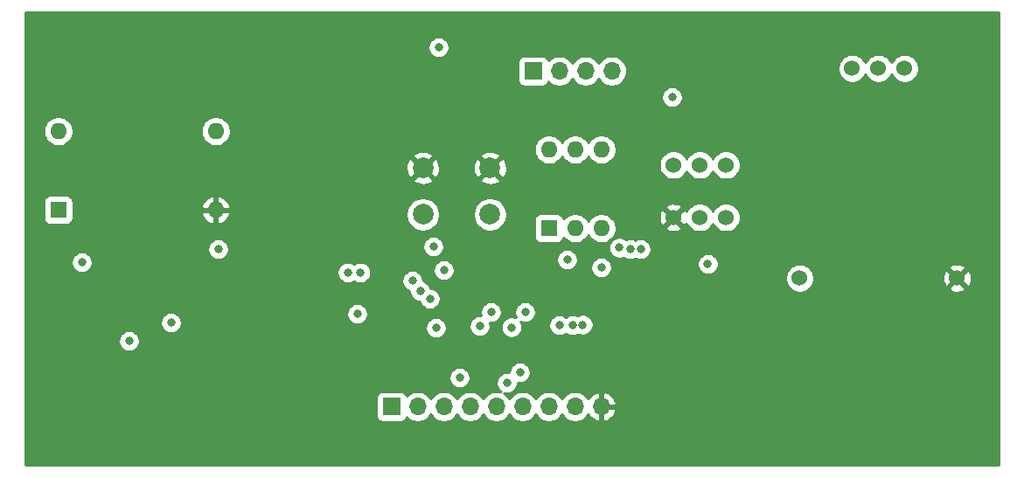
<source format=gbr>
%TF.GenerationSoftware,KiCad,Pcbnew,(5.1.10-1-10_14)*%
%TF.CreationDate,2021-11-14T12:00:46-05:00*%
%TF.ProjectId,clockv2,636c6f63-6b76-4322-9e6b-696361645f70,rev?*%
%TF.SameCoordinates,Original*%
%TF.FileFunction,Copper,L2,Inr*%
%TF.FilePolarity,Positive*%
%FSLAX46Y46*%
G04 Gerber Fmt 4.6, Leading zero omitted, Abs format (unit mm)*
G04 Created by KiCad (PCBNEW (5.1.10-1-10_14)) date 2021-11-14 12:00:46*
%MOMM*%
%LPD*%
G01*
G04 APERTURE LIST*
%TA.AperFunction,ComponentPad*%
%ADD10O,1.600000X1.600000*%
%TD*%
%TA.AperFunction,ComponentPad*%
%ADD11R,1.600000X1.600000*%
%TD*%
%TA.AperFunction,ComponentPad*%
%ADD12C,1.524000*%
%TD*%
%TA.AperFunction,ComponentPad*%
%ADD13C,2.000000*%
%TD*%
%TA.AperFunction,ComponentPad*%
%ADD14O,1.700000X1.700000*%
%TD*%
%TA.AperFunction,ComponentPad*%
%ADD15R,1.700000X1.700000*%
%TD*%
%TA.AperFunction,ViaPad*%
%ADD16C,0.800000*%
%TD*%
%TA.AperFunction,Conductor*%
%ADD17C,0.254000*%
%TD*%
%TA.AperFunction,Conductor*%
%ADD18C,0.100000*%
%TD*%
G04 APERTURE END LIST*
D10*
%TO.N,FREQ0*%
%TO.C,SW3*%
X228854000Y-43688000D03*
%TO.N,VCC*%
X233934000Y-51308000D03*
%TO.N,FREQ1*%
X231394000Y-43688000D03*
%TO.N,VCC*%
X231394000Y-51308000D03*
%TO.N,FREQ2*%
X233934000Y-43688000D03*
D11*
%TO.N,VCC*%
X228854000Y-51308000D03*
%TD*%
D12*
%TO.N,Net-(SW2-Pad2)*%
%TO.C,SW2*%
X246000000Y-50264000D03*
%TO.N,Net-(R6-Pad1)*%
X243460000Y-50264000D03*
%TO.N,GND*%
X240920000Y-50264000D03*
%TO.N,*%
X246000000Y-45184000D03*
X243460000Y-45184000D03*
X240920000Y-45184000D03*
%TD*%
D13*
%TO.N,GND*%
%TO.C,SW1*%
X223162000Y-45466000D03*
%TO.N,LATCH_FREQUENCY*%
X223162000Y-49966000D03*
%TO.N,GND*%
X216662000Y-45466000D03*
%TO.N,LATCH_FREQUENCY*%
X216662000Y-49966000D03*
%TD*%
D14*
%TO.N,GND*%
%TO.C,J2*%
X233934000Y-68580000D03*
%TO.N,VCC*%
X231394000Y-68580000D03*
%TO.N,HALT*%
X228854000Y-68580000D03*
%TO.N,~CLOCK*%
X226314000Y-68580000D03*
X223774000Y-68580000D03*
%TO.N,CLOCK*%
X221234000Y-68580000D03*
X218694000Y-68580000D03*
X216154000Y-68580000D03*
D15*
X213614000Y-68580000D03*
%TD*%
D14*
%TO.N,FREQ2*%
%TO.C,J1*%
X234950000Y-36068000D03*
%TO.N,FREQ1*%
X232410000Y-36068000D03*
%TO.N,FREQ0*%
X229870000Y-36068000D03*
D15*
%TO.N,LATCH_FREQUENCY*%
X227330000Y-36068000D03*
%TD*%
D11*
%TO.N,Net-(U1-Pad1)*%
%TO.C,U1*%
X181356000Y-49530000D03*
D10*
%TO.N,CRYSTAL*%
X196596000Y-41910000D03*
%TO.N,GND*%
X196596000Y-49530000D03*
%TO.N,VCC*%
X181356000Y-41910000D03*
%TD*%
D12*
%TO.N,GND*%
%TO.C,U7*%
X268384000Y-56132000D03*
%TO.N,VCC*%
X253144000Y-56132000D03*
%TO.N,*%
X263304000Y-35812000D03*
%TO.N,MANUAL_PULSE*%
X260764000Y-35812000D03*
%TO.N,*%
X258224000Y-35812000D03*
%TD*%
D16*
%TO.N,LATCH_FREQUENCY*%
X233934000Y-55118000D03*
%TO.N,VCC*%
X183642000Y-54610000D03*
X196850000Y-53340000D03*
X218694000Y-55372000D03*
X230632000Y-54356000D03*
X240792000Y-38608000D03*
X244244500Y-54760500D03*
X217678000Y-53086000D03*
X218186000Y-33782000D03*
X209376795Y-55589010D03*
%TO.N,GND*%
X180152000Y-52898000D03*
X192278000Y-54610000D03*
X231394000Y-58420000D03*
X251714000Y-65786000D03*
X225552000Y-54356000D03*
X203557500Y-44553500D03*
X218186000Y-39624000D03*
X237744000Y-32258000D03*
X243144000Y-34102000D03*
X225229500Y-62552500D03*
X186309000Y-55753000D03*
X200533004Y-56006996D03*
X190103814Y-65568990D03*
X204254016Y-65060990D03*
X215646000Y-62484000D03*
X234950000Y-62738000D03*
%TO.N,Net-(SW2-Pad2)*%
X226568000Y-59436000D03*
X223266000Y-59436000D03*
%TO.N,FREQ0*%
X235671611Y-53180979D03*
%TO.N,FREQ1*%
X236728000Y-53340000D03*
%TO.N,FREQ2*%
X237744000Y-53340000D03*
%TO.N,Net-(U3-Pad6)*%
X188214000Y-62230000D03*
X192278000Y-60452000D03*
%TO.N,HALT*%
X224790000Y-66294000D03*
X217932000Y-60960000D03*
%TO.N,MANUAL_PULSE*%
X225240010Y-60902010D03*
X222157636Y-60789044D03*
%TO.N,CRYSTAL*%
X220218000Y-65786006D03*
X226060000Y-65278000D03*
%TO.N,FREQ_SEL_2*%
X215646000Y-56388000D03*
X232138441Y-60649955D03*
%TO.N,FREQ_SEL_1*%
X216408000Y-57404000D03*
X231140000Y-60706000D03*
%TO.N,FREQ_SEL_0*%
X217343205Y-58129010D03*
X229870000Y-60706000D03*
%TO.N,CRYSTAL3*%
X210605990Y-55592061D03*
X210304355Y-59604152D03*
%TD*%
D17*
%TO.N,GND*%
X272390001Y-74270000D02*
X178206000Y-74270000D01*
X178206000Y-67730000D01*
X212125928Y-67730000D01*
X212125928Y-69430000D01*
X212138188Y-69554482D01*
X212174498Y-69674180D01*
X212233463Y-69784494D01*
X212312815Y-69881185D01*
X212409506Y-69960537D01*
X212519820Y-70019502D01*
X212639518Y-70055812D01*
X212764000Y-70068072D01*
X214464000Y-70068072D01*
X214588482Y-70055812D01*
X214708180Y-70019502D01*
X214818494Y-69960537D01*
X214915185Y-69881185D01*
X214994537Y-69784494D01*
X215053502Y-69674180D01*
X215075513Y-69601620D01*
X215207368Y-69733475D01*
X215450589Y-69895990D01*
X215720842Y-70007932D01*
X216007740Y-70065000D01*
X216300260Y-70065000D01*
X216587158Y-70007932D01*
X216857411Y-69895990D01*
X217100632Y-69733475D01*
X217307475Y-69526632D01*
X217424000Y-69352240D01*
X217540525Y-69526632D01*
X217747368Y-69733475D01*
X217990589Y-69895990D01*
X218260842Y-70007932D01*
X218547740Y-70065000D01*
X218840260Y-70065000D01*
X219127158Y-70007932D01*
X219397411Y-69895990D01*
X219640632Y-69733475D01*
X219847475Y-69526632D01*
X219964000Y-69352240D01*
X220080525Y-69526632D01*
X220287368Y-69733475D01*
X220530589Y-69895990D01*
X220800842Y-70007932D01*
X221087740Y-70065000D01*
X221380260Y-70065000D01*
X221667158Y-70007932D01*
X221937411Y-69895990D01*
X222180632Y-69733475D01*
X222387475Y-69526632D01*
X222504000Y-69352240D01*
X222620525Y-69526632D01*
X222827368Y-69733475D01*
X223070589Y-69895990D01*
X223340842Y-70007932D01*
X223627740Y-70065000D01*
X223920260Y-70065000D01*
X224207158Y-70007932D01*
X224477411Y-69895990D01*
X224720632Y-69733475D01*
X224927475Y-69526632D01*
X225044000Y-69352240D01*
X225160525Y-69526632D01*
X225367368Y-69733475D01*
X225610589Y-69895990D01*
X225880842Y-70007932D01*
X226167740Y-70065000D01*
X226460260Y-70065000D01*
X226747158Y-70007932D01*
X227017411Y-69895990D01*
X227260632Y-69733475D01*
X227467475Y-69526632D01*
X227584000Y-69352240D01*
X227700525Y-69526632D01*
X227907368Y-69733475D01*
X228150589Y-69895990D01*
X228420842Y-70007932D01*
X228707740Y-70065000D01*
X229000260Y-70065000D01*
X229287158Y-70007932D01*
X229557411Y-69895990D01*
X229800632Y-69733475D01*
X230007475Y-69526632D01*
X230124000Y-69352240D01*
X230240525Y-69526632D01*
X230447368Y-69733475D01*
X230690589Y-69895990D01*
X230960842Y-70007932D01*
X231247740Y-70065000D01*
X231540260Y-70065000D01*
X231827158Y-70007932D01*
X232097411Y-69895990D01*
X232340632Y-69733475D01*
X232547475Y-69526632D01*
X232669195Y-69344466D01*
X232738822Y-69461355D01*
X232933731Y-69677588D01*
X233167080Y-69851641D01*
X233429901Y-69976825D01*
X233577110Y-70021476D01*
X233807000Y-69900155D01*
X233807000Y-68707000D01*
X234061000Y-68707000D01*
X234061000Y-69900155D01*
X234290890Y-70021476D01*
X234438099Y-69976825D01*
X234700920Y-69851641D01*
X234934269Y-69677588D01*
X235129178Y-69461355D01*
X235278157Y-69211252D01*
X235375481Y-68936891D01*
X235254814Y-68707000D01*
X234061000Y-68707000D01*
X233807000Y-68707000D01*
X233787000Y-68707000D01*
X233787000Y-68453000D01*
X233807000Y-68453000D01*
X233807000Y-67259845D01*
X234061000Y-67259845D01*
X234061000Y-68453000D01*
X235254814Y-68453000D01*
X235375481Y-68223109D01*
X235278157Y-67948748D01*
X235129178Y-67698645D01*
X234934269Y-67482412D01*
X234700920Y-67308359D01*
X234438099Y-67183175D01*
X234290890Y-67138524D01*
X234061000Y-67259845D01*
X233807000Y-67259845D01*
X233577110Y-67138524D01*
X233429901Y-67183175D01*
X233167080Y-67308359D01*
X232933731Y-67482412D01*
X232738822Y-67698645D01*
X232669195Y-67815534D01*
X232547475Y-67633368D01*
X232340632Y-67426525D01*
X232097411Y-67264010D01*
X231827158Y-67152068D01*
X231540260Y-67095000D01*
X231247740Y-67095000D01*
X230960842Y-67152068D01*
X230690589Y-67264010D01*
X230447368Y-67426525D01*
X230240525Y-67633368D01*
X230124000Y-67807760D01*
X230007475Y-67633368D01*
X229800632Y-67426525D01*
X229557411Y-67264010D01*
X229287158Y-67152068D01*
X229000260Y-67095000D01*
X228707740Y-67095000D01*
X228420842Y-67152068D01*
X228150589Y-67264010D01*
X227907368Y-67426525D01*
X227700525Y-67633368D01*
X227584000Y-67807760D01*
X227467475Y-67633368D01*
X227260632Y-67426525D01*
X227017411Y-67264010D01*
X226747158Y-67152068D01*
X226460260Y-67095000D01*
X226167740Y-67095000D01*
X225880842Y-67152068D01*
X225610589Y-67264010D01*
X225367368Y-67426525D01*
X225160525Y-67633368D01*
X225044000Y-67807760D01*
X224927475Y-67633368D01*
X224720632Y-67426525D01*
X224526614Y-67296886D01*
X224688061Y-67329000D01*
X224891939Y-67329000D01*
X225091898Y-67289226D01*
X225280256Y-67211205D01*
X225449774Y-67097937D01*
X225593937Y-66953774D01*
X225707205Y-66784256D01*
X225785226Y-66595898D01*
X225825000Y-66395939D01*
X225825000Y-66286533D01*
X225958061Y-66313000D01*
X226161939Y-66313000D01*
X226361898Y-66273226D01*
X226550256Y-66195205D01*
X226719774Y-66081937D01*
X226863937Y-65937774D01*
X226977205Y-65768256D01*
X227055226Y-65579898D01*
X227095000Y-65379939D01*
X227095000Y-65176061D01*
X227055226Y-64976102D01*
X226977205Y-64787744D01*
X226863937Y-64618226D01*
X226719774Y-64474063D01*
X226550256Y-64360795D01*
X226361898Y-64282774D01*
X226161939Y-64243000D01*
X225958061Y-64243000D01*
X225758102Y-64282774D01*
X225569744Y-64360795D01*
X225400226Y-64474063D01*
X225256063Y-64618226D01*
X225142795Y-64787744D01*
X225064774Y-64976102D01*
X225025000Y-65176061D01*
X225025000Y-65285467D01*
X224891939Y-65259000D01*
X224688061Y-65259000D01*
X224488102Y-65298774D01*
X224299744Y-65376795D01*
X224130226Y-65490063D01*
X223986063Y-65634226D01*
X223872795Y-65803744D01*
X223794774Y-65992102D01*
X223755000Y-66192061D01*
X223755000Y-66395939D01*
X223794774Y-66595898D01*
X223872795Y-66784256D01*
X223986063Y-66953774D01*
X224130226Y-67097937D01*
X224217895Y-67156515D01*
X224207158Y-67152068D01*
X223920260Y-67095000D01*
X223627740Y-67095000D01*
X223340842Y-67152068D01*
X223070589Y-67264010D01*
X222827368Y-67426525D01*
X222620525Y-67633368D01*
X222504000Y-67807760D01*
X222387475Y-67633368D01*
X222180632Y-67426525D01*
X221937411Y-67264010D01*
X221667158Y-67152068D01*
X221380260Y-67095000D01*
X221087740Y-67095000D01*
X220800842Y-67152068D01*
X220530589Y-67264010D01*
X220287368Y-67426525D01*
X220080525Y-67633368D01*
X219964000Y-67807760D01*
X219847475Y-67633368D01*
X219640632Y-67426525D01*
X219397411Y-67264010D01*
X219127158Y-67152068D01*
X218840260Y-67095000D01*
X218547740Y-67095000D01*
X218260842Y-67152068D01*
X217990589Y-67264010D01*
X217747368Y-67426525D01*
X217540525Y-67633368D01*
X217424000Y-67807760D01*
X217307475Y-67633368D01*
X217100632Y-67426525D01*
X216857411Y-67264010D01*
X216587158Y-67152068D01*
X216300260Y-67095000D01*
X216007740Y-67095000D01*
X215720842Y-67152068D01*
X215450589Y-67264010D01*
X215207368Y-67426525D01*
X215075513Y-67558380D01*
X215053502Y-67485820D01*
X214994537Y-67375506D01*
X214915185Y-67278815D01*
X214818494Y-67199463D01*
X214708180Y-67140498D01*
X214588482Y-67104188D01*
X214464000Y-67091928D01*
X212764000Y-67091928D01*
X212639518Y-67104188D01*
X212519820Y-67140498D01*
X212409506Y-67199463D01*
X212312815Y-67278815D01*
X212233463Y-67375506D01*
X212174498Y-67485820D01*
X212138188Y-67605518D01*
X212125928Y-67730000D01*
X178206000Y-67730000D01*
X178206000Y-65684067D01*
X219183000Y-65684067D01*
X219183000Y-65887945D01*
X219222774Y-66087904D01*
X219300795Y-66276262D01*
X219414063Y-66445780D01*
X219558226Y-66589943D01*
X219727744Y-66703211D01*
X219916102Y-66781232D01*
X220116061Y-66821006D01*
X220319939Y-66821006D01*
X220519898Y-66781232D01*
X220708256Y-66703211D01*
X220877774Y-66589943D01*
X221021937Y-66445780D01*
X221135205Y-66276262D01*
X221213226Y-66087904D01*
X221253000Y-65887945D01*
X221253000Y-65684067D01*
X221213226Y-65484108D01*
X221135205Y-65295750D01*
X221021937Y-65126232D01*
X220877774Y-64982069D01*
X220708256Y-64868801D01*
X220519898Y-64790780D01*
X220319939Y-64751006D01*
X220116061Y-64751006D01*
X219916102Y-64790780D01*
X219727744Y-64868801D01*
X219558226Y-64982069D01*
X219414063Y-65126232D01*
X219300795Y-65295750D01*
X219222774Y-65484108D01*
X219183000Y-65684067D01*
X178206000Y-65684067D01*
X178206000Y-62128061D01*
X187179000Y-62128061D01*
X187179000Y-62331939D01*
X187218774Y-62531898D01*
X187296795Y-62720256D01*
X187410063Y-62889774D01*
X187554226Y-63033937D01*
X187723744Y-63147205D01*
X187912102Y-63225226D01*
X188112061Y-63265000D01*
X188315939Y-63265000D01*
X188515898Y-63225226D01*
X188704256Y-63147205D01*
X188873774Y-63033937D01*
X189017937Y-62889774D01*
X189131205Y-62720256D01*
X189209226Y-62531898D01*
X189249000Y-62331939D01*
X189249000Y-62128061D01*
X189209226Y-61928102D01*
X189131205Y-61739744D01*
X189017937Y-61570226D01*
X188873774Y-61426063D01*
X188704256Y-61312795D01*
X188515898Y-61234774D01*
X188315939Y-61195000D01*
X188112061Y-61195000D01*
X187912102Y-61234774D01*
X187723744Y-61312795D01*
X187554226Y-61426063D01*
X187410063Y-61570226D01*
X187296795Y-61739744D01*
X187218774Y-61928102D01*
X187179000Y-62128061D01*
X178206000Y-62128061D01*
X178206000Y-60350061D01*
X191243000Y-60350061D01*
X191243000Y-60553939D01*
X191282774Y-60753898D01*
X191360795Y-60942256D01*
X191474063Y-61111774D01*
X191618226Y-61255937D01*
X191787744Y-61369205D01*
X191976102Y-61447226D01*
X192176061Y-61487000D01*
X192379939Y-61487000D01*
X192579898Y-61447226D01*
X192768256Y-61369205D01*
X192937774Y-61255937D01*
X193081937Y-61111774D01*
X193195205Y-60942256D01*
X193230079Y-60858061D01*
X216897000Y-60858061D01*
X216897000Y-61061939D01*
X216936774Y-61261898D01*
X217014795Y-61450256D01*
X217128063Y-61619774D01*
X217272226Y-61763937D01*
X217441744Y-61877205D01*
X217630102Y-61955226D01*
X217830061Y-61995000D01*
X218033939Y-61995000D01*
X218233898Y-61955226D01*
X218422256Y-61877205D01*
X218591774Y-61763937D01*
X218735937Y-61619774D01*
X218849205Y-61450256D01*
X218927226Y-61261898D01*
X218967000Y-61061939D01*
X218967000Y-60858061D01*
X218932996Y-60687105D01*
X221122636Y-60687105D01*
X221122636Y-60890983D01*
X221162410Y-61090942D01*
X221240431Y-61279300D01*
X221353699Y-61448818D01*
X221497862Y-61592981D01*
X221667380Y-61706249D01*
X221855738Y-61784270D01*
X222055697Y-61824044D01*
X222259575Y-61824044D01*
X222459534Y-61784270D01*
X222647892Y-61706249D01*
X222817410Y-61592981D01*
X222961573Y-61448818D01*
X223074841Y-61279300D01*
X223152862Y-61090942D01*
X223192636Y-60890983D01*
X223192636Y-60800071D01*
X224205010Y-60800071D01*
X224205010Y-61003949D01*
X224244784Y-61203908D01*
X224322805Y-61392266D01*
X224436073Y-61561784D01*
X224580236Y-61705947D01*
X224749754Y-61819215D01*
X224938112Y-61897236D01*
X225138071Y-61937010D01*
X225341949Y-61937010D01*
X225541908Y-61897236D01*
X225730266Y-61819215D01*
X225899784Y-61705947D01*
X226043947Y-61561784D01*
X226157215Y-61392266D01*
X226235236Y-61203908D01*
X226275010Y-61003949D01*
X226275010Y-60800071D01*
X226236022Y-60604061D01*
X228835000Y-60604061D01*
X228835000Y-60807939D01*
X228874774Y-61007898D01*
X228952795Y-61196256D01*
X229066063Y-61365774D01*
X229210226Y-61509937D01*
X229379744Y-61623205D01*
X229568102Y-61701226D01*
X229768061Y-61741000D01*
X229971939Y-61741000D01*
X230171898Y-61701226D01*
X230360256Y-61623205D01*
X230505000Y-61526490D01*
X230649744Y-61623205D01*
X230838102Y-61701226D01*
X231038061Y-61741000D01*
X231241939Y-61741000D01*
X231441898Y-61701226D01*
X231630256Y-61623205D01*
X231688896Y-61584023D01*
X231836543Y-61645181D01*
X232036502Y-61684955D01*
X232240380Y-61684955D01*
X232440339Y-61645181D01*
X232628697Y-61567160D01*
X232798215Y-61453892D01*
X232942378Y-61309729D01*
X233055646Y-61140211D01*
X233133667Y-60951853D01*
X233173441Y-60751894D01*
X233173441Y-60548016D01*
X233133667Y-60348057D01*
X233055646Y-60159699D01*
X232942378Y-59990181D01*
X232798215Y-59846018D01*
X232628697Y-59732750D01*
X232440339Y-59654729D01*
X232240380Y-59614955D01*
X232036502Y-59614955D01*
X231836543Y-59654729D01*
X231648185Y-59732750D01*
X231589545Y-59771932D01*
X231441898Y-59710774D01*
X231241939Y-59671000D01*
X231038061Y-59671000D01*
X230838102Y-59710774D01*
X230649744Y-59788795D01*
X230505000Y-59885510D01*
X230360256Y-59788795D01*
X230171898Y-59710774D01*
X229971939Y-59671000D01*
X229768061Y-59671000D01*
X229568102Y-59710774D01*
X229379744Y-59788795D01*
X229210226Y-59902063D01*
X229066063Y-60046226D01*
X228952795Y-60215744D01*
X228874774Y-60404102D01*
X228835000Y-60604061D01*
X226236022Y-60604061D01*
X226235236Y-60600112D01*
X226157215Y-60411754D01*
X226133535Y-60376315D01*
X226266102Y-60431226D01*
X226466061Y-60471000D01*
X226669939Y-60471000D01*
X226869898Y-60431226D01*
X227058256Y-60353205D01*
X227227774Y-60239937D01*
X227371937Y-60095774D01*
X227485205Y-59926256D01*
X227563226Y-59737898D01*
X227603000Y-59537939D01*
X227603000Y-59334061D01*
X227563226Y-59134102D01*
X227485205Y-58945744D01*
X227371937Y-58776226D01*
X227227774Y-58632063D01*
X227058256Y-58518795D01*
X226869898Y-58440774D01*
X226669939Y-58401000D01*
X226466061Y-58401000D01*
X226266102Y-58440774D01*
X226077744Y-58518795D01*
X225908226Y-58632063D01*
X225764063Y-58776226D01*
X225650795Y-58945744D01*
X225572774Y-59134102D01*
X225533000Y-59334061D01*
X225533000Y-59537939D01*
X225572774Y-59737898D01*
X225650795Y-59926256D01*
X225674475Y-59961695D01*
X225541908Y-59906784D01*
X225341949Y-59867010D01*
X225138071Y-59867010D01*
X224938112Y-59906784D01*
X224749754Y-59984805D01*
X224580236Y-60098073D01*
X224436073Y-60242236D01*
X224322805Y-60411754D01*
X224244784Y-60600112D01*
X224205010Y-60800071D01*
X223192636Y-60800071D01*
X223192636Y-60687105D01*
X223152862Y-60487146D01*
X223144568Y-60467123D01*
X223164061Y-60471000D01*
X223367939Y-60471000D01*
X223567898Y-60431226D01*
X223756256Y-60353205D01*
X223925774Y-60239937D01*
X224069937Y-60095774D01*
X224183205Y-59926256D01*
X224261226Y-59737898D01*
X224301000Y-59537939D01*
X224301000Y-59334061D01*
X224261226Y-59134102D01*
X224183205Y-58945744D01*
X224069937Y-58776226D01*
X223925774Y-58632063D01*
X223756256Y-58518795D01*
X223567898Y-58440774D01*
X223367939Y-58401000D01*
X223164061Y-58401000D01*
X222964102Y-58440774D01*
X222775744Y-58518795D01*
X222606226Y-58632063D01*
X222462063Y-58776226D01*
X222348795Y-58945744D01*
X222270774Y-59134102D01*
X222231000Y-59334061D01*
X222231000Y-59537939D01*
X222270774Y-59737898D01*
X222279068Y-59757921D01*
X222259575Y-59754044D01*
X222055697Y-59754044D01*
X221855738Y-59793818D01*
X221667380Y-59871839D01*
X221497862Y-59985107D01*
X221353699Y-60129270D01*
X221240431Y-60298788D01*
X221162410Y-60487146D01*
X221122636Y-60687105D01*
X218932996Y-60687105D01*
X218927226Y-60658102D01*
X218849205Y-60469744D01*
X218735937Y-60300226D01*
X218591774Y-60156063D01*
X218422256Y-60042795D01*
X218233898Y-59964774D01*
X218033939Y-59925000D01*
X217830061Y-59925000D01*
X217630102Y-59964774D01*
X217441744Y-60042795D01*
X217272226Y-60156063D01*
X217128063Y-60300226D01*
X217014795Y-60469744D01*
X216936774Y-60658102D01*
X216897000Y-60858061D01*
X193230079Y-60858061D01*
X193273226Y-60753898D01*
X193313000Y-60553939D01*
X193313000Y-60350061D01*
X193273226Y-60150102D01*
X193195205Y-59961744D01*
X193081937Y-59792226D01*
X192937774Y-59648063D01*
X192768256Y-59534795D01*
X192689597Y-59502213D01*
X209269355Y-59502213D01*
X209269355Y-59706091D01*
X209309129Y-59906050D01*
X209387150Y-60094408D01*
X209500418Y-60263926D01*
X209644581Y-60408089D01*
X209814099Y-60521357D01*
X210002457Y-60599378D01*
X210202416Y-60639152D01*
X210406294Y-60639152D01*
X210606253Y-60599378D01*
X210794611Y-60521357D01*
X210964129Y-60408089D01*
X211108292Y-60263926D01*
X211221560Y-60094408D01*
X211299581Y-59906050D01*
X211339355Y-59706091D01*
X211339355Y-59502213D01*
X211299581Y-59302254D01*
X211221560Y-59113896D01*
X211108292Y-58944378D01*
X210964129Y-58800215D01*
X210794611Y-58686947D01*
X210606253Y-58608926D01*
X210406294Y-58569152D01*
X210202416Y-58569152D01*
X210002457Y-58608926D01*
X209814099Y-58686947D01*
X209644581Y-58800215D01*
X209500418Y-58944378D01*
X209387150Y-59113896D01*
X209309129Y-59302254D01*
X209269355Y-59502213D01*
X192689597Y-59502213D01*
X192579898Y-59456774D01*
X192379939Y-59417000D01*
X192176061Y-59417000D01*
X191976102Y-59456774D01*
X191787744Y-59534795D01*
X191618226Y-59648063D01*
X191474063Y-59792226D01*
X191360795Y-59961744D01*
X191282774Y-60150102D01*
X191243000Y-60350061D01*
X178206000Y-60350061D01*
X178206000Y-54508061D01*
X182607000Y-54508061D01*
X182607000Y-54711939D01*
X182646774Y-54911898D01*
X182724795Y-55100256D01*
X182838063Y-55269774D01*
X182982226Y-55413937D01*
X183151744Y-55527205D01*
X183340102Y-55605226D01*
X183540061Y-55645000D01*
X183743939Y-55645000D01*
X183943898Y-55605226D01*
X184132256Y-55527205D01*
X184192320Y-55487071D01*
X208341795Y-55487071D01*
X208341795Y-55690949D01*
X208381569Y-55890908D01*
X208459590Y-56079266D01*
X208572858Y-56248784D01*
X208717021Y-56392947D01*
X208886539Y-56506215D01*
X209074897Y-56584236D01*
X209274856Y-56624010D01*
X209478734Y-56624010D01*
X209678693Y-56584236D01*
X209867051Y-56506215D01*
X209989109Y-56424658D01*
X210115734Y-56509266D01*
X210304092Y-56587287D01*
X210504051Y-56627061D01*
X210707929Y-56627061D01*
X210907888Y-56587287D01*
X211096246Y-56509266D01*
X211265764Y-56395998D01*
X211375701Y-56286061D01*
X214611000Y-56286061D01*
X214611000Y-56489939D01*
X214650774Y-56689898D01*
X214728795Y-56878256D01*
X214842063Y-57047774D01*
X214986226Y-57191937D01*
X215155744Y-57305205D01*
X215344102Y-57383226D01*
X215373000Y-57388974D01*
X215373000Y-57505939D01*
X215412774Y-57705898D01*
X215490795Y-57894256D01*
X215604063Y-58063774D01*
X215748226Y-58207937D01*
X215917744Y-58321205D01*
X216106102Y-58399226D01*
X216306061Y-58439000D01*
X216351331Y-58439000D01*
X216426000Y-58619266D01*
X216539268Y-58788784D01*
X216683431Y-58932947D01*
X216852949Y-59046215D01*
X217041307Y-59124236D01*
X217241266Y-59164010D01*
X217445144Y-59164010D01*
X217645103Y-59124236D01*
X217833461Y-59046215D01*
X218002979Y-58932947D01*
X218147142Y-58788784D01*
X218260410Y-58619266D01*
X218338431Y-58430908D01*
X218378205Y-58230949D01*
X218378205Y-58027071D01*
X218338431Y-57827112D01*
X218260410Y-57638754D01*
X218147142Y-57469236D01*
X218002979Y-57325073D01*
X217833461Y-57211805D01*
X217645103Y-57133784D01*
X217445144Y-57094010D01*
X217399874Y-57094010D01*
X217325205Y-56913744D01*
X217211937Y-56744226D01*
X217067774Y-56600063D01*
X216898256Y-56486795D01*
X216709898Y-56408774D01*
X216681000Y-56403026D01*
X216681000Y-56286061D01*
X216641226Y-56086102D01*
X216563205Y-55897744D01*
X216449937Y-55728226D01*
X216305774Y-55584063D01*
X216136256Y-55470795D01*
X215947898Y-55392774D01*
X215747939Y-55353000D01*
X215544061Y-55353000D01*
X215344102Y-55392774D01*
X215155744Y-55470795D01*
X214986226Y-55584063D01*
X214842063Y-55728226D01*
X214728795Y-55897744D01*
X214650774Y-56086102D01*
X214611000Y-56286061D01*
X211375701Y-56286061D01*
X211409927Y-56251835D01*
X211523195Y-56082317D01*
X211601216Y-55893959D01*
X211640990Y-55694000D01*
X211640990Y-55490122D01*
X211601216Y-55290163D01*
X211592890Y-55270061D01*
X217659000Y-55270061D01*
X217659000Y-55473939D01*
X217698774Y-55673898D01*
X217776795Y-55862256D01*
X217890063Y-56031774D01*
X218034226Y-56175937D01*
X218203744Y-56289205D01*
X218392102Y-56367226D01*
X218592061Y-56407000D01*
X218795939Y-56407000D01*
X218995898Y-56367226D01*
X219184256Y-56289205D01*
X219353774Y-56175937D01*
X219497937Y-56031774D01*
X219611205Y-55862256D01*
X219689226Y-55673898D01*
X219729000Y-55473939D01*
X219729000Y-55270061D01*
X219689226Y-55070102D01*
X219611205Y-54881744D01*
X219497937Y-54712226D01*
X219353774Y-54568063D01*
X219184256Y-54454795D01*
X218995898Y-54376774D01*
X218795939Y-54337000D01*
X218592061Y-54337000D01*
X218392102Y-54376774D01*
X218203744Y-54454795D01*
X218034226Y-54568063D01*
X217890063Y-54712226D01*
X217776795Y-54881744D01*
X217698774Y-55070102D01*
X217659000Y-55270061D01*
X211592890Y-55270061D01*
X211523195Y-55101805D01*
X211409927Y-54932287D01*
X211265764Y-54788124D01*
X211096246Y-54674856D01*
X210907888Y-54596835D01*
X210707929Y-54557061D01*
X210504051Y-54557061D01*
X210304092Y-54596835D01*
X210115734Y-54674856D01*
X209993676Y-54756413D01*
X209867051Y-54671805D01*
X209678693Y-54593784D01*
X209478734Y-54554010D01*
X209274856Y-54554010D01*
X209074897Y-54593784D01*
X208886539Y-54671805D01*
X208717021Y-54785073D01*
X208572858Y-54929236D01*
X208459590Y-55098754D01*
X208381569Y-55287112D01*
X208341795Y-55487071D01*
X184192320Y-55487071D01*
X184301774Y-55413937D01*
X184445937Y-55269774D01*
X184559205Y-55100256D01*
X184637226Y-54911898D01*
X184677000Y-54711939D01*
X184677000Y-54508061D01*
X184637226Y-54308102D01*
X184559205Y-54119744D01*
X184445937Y-53950226D01*
X184301774Y-53806063D01*
X184132256Y-53692795D01*
X183943898Y-53614774D01*
X183743939Y-53575000D01*
X183540061Y-53575000D01*
X183340102Y-53614774D01*
X183151744Y-53692795D01*
X182982226Y-53806063D01*
X182838063Y-53950226D01*
X182724795Y-54119744D01*
X182646774Y-54308102D01*
X182607000Y-54508061D01*
X178206000Y-54508061D01*
X178206000Y-53238061D01*
X195815000Y-53238061D01*
X195815000Y-53441939D01*
X195854774Y-53641898D01*
X195932795Y-53830256D01*
X196046063Y-53999774D01*
X196190226Y-54143937D01*
X196359744Y-54257205D01*
X196548102Y-54335226D01*
X196748061Y-54375000D01*
X196951939Y-54375000D01*
X197151898Y-54335226D01*
X197340256Y-54257205D01*
X197344961Y-54254061D01*
X229597000Y-54254061D01*
X229597000Y-54457939D01*
X229636774Y-54657898D01*
X229714795Y-54846256D01*
X229828063Y-55015774D01*
X229972226Y-55159937D01*
X230141744Y-55273205D01*
X230330102Y-55351226D01*
X230530061Y-55391000D01*
X230733939Y-55391000D01*
X230933898Y-55351226D01*
X231122256Y-55273205D01*
X231291774Y-55159937D01*
X231435650Y-55016061D01*
X232899000Y-55016061D01*
X232899000Y-55219939D01*
X232938774Y-55419898D01*
X233016795Y-55608256D01*
X233130063Y-55777774D01*
X233274226Y-55921937D01*
X233443744Y-56035205D01*
X233632102Y-56113226D01*
X233832061Y-56153000D01*
X234035939Y-56153000D01*
X234235898Y-56113226D01*
X234424256Y-56035205D01*
X234485313Y-55994408D01*
X251747000Y-55994408D01*
X251747000Y-56269592D01*
X251800686Y-56539490D01*
X251905995Y-56793727D01*
X252058880Y-57022535D01*
X252253465Y-57217120D01*
X252482273Y-57370005D01*
X252736510Y-57475314D01*
X253006408Y-57529000D01*
X253281592Y-57529000D01*
X253551490Y-57475314D01*
X253805727Y-57370005D01*
X254034535Y-57217120D01*
X254154090Y-57097565D01*
X267598040Y-57097565D01*
X267665020Y-57337656D01*
X267914048Y-57454756D01*
X268181135Y-57521023D01*
X268456017Y-57533910D01*
X268728133Y-57492922D01*
X268987023Y-57399636D01*
X269102980Y-57337656D01*
X269169960Y-57097565D01*
X268384000Y-56311605D01*
X267598040Y-57097565D01*
X254154090Y-57097565D01*
X254229120Y-57022535D01*
X254382005Y-56793727D01*
X254487314Y-56539490D01*
X254541000Y-56269592D01*
X254541000Y-56204017D01*
X266982090Y-56204017D01*
X267023078Y-56476133D01*
X267116364Y-56735023D01*
X267178344Y-56850980D01*
X267418435Y-56917960D01*
X268204395Y-56132000D01*
X268563605Y-56132000D01*
X269349565Y-56917960D01*
X269589656Y-56850980D01*
X269706756Y-56601952D01*
X269773023Y-56334865D01*
X269785910Y-56059983D01*
X269744922Y-55787867D01*
X269651636Y-55528977D01*
X269589656Y-55413020D01*
X269349565Y-55346040D01*
X268563605Y-56132000D01*
X268204395Y-56132000D01*
X267418435Y-55346040D01*
X267178344Y-55413020D01*
X267061244Y-55662048D01*
X266994977Y-55929135D01*
X266982090Y-56204017D01*
X254541000Y-56204017D01*
X254541000Y-55994408D01*
X254487314Y-55724510D01*
X254382005Y-55470273D01*
X254229120Y-55241465D01*
X254154090Y-55166435D01*
X267598040Y-55166435D01*
X268384000Y-55952395D01*
X269169960Y-55166435D01*
X269102980Y-54926344D01*
X268853952Y-54809244D01*
X268586865Y-54742977D01*
X268311983Y-54730090D01*
X268039867Y-54771078D01*
X267780977Y-54864364D01*
X267665020Y-54926344D01*
X267598040Y-55166435D01*
X254154090Y-55166435D01*
X254034535Y-55046880D01*
X253805727Y-54893995D01*
X253551490Y-54788686D01*
X253281592Y-54735000D01*
X253006408Y-54735000D01*
X252736510Y-54788686D01*
X252482273Y-54893995D01*
X252253465Y-55046880D01*
X252058880Y-55241465D01*
X251905995Y-55470273D01*
X251800686Y-55724510D01*
X251747000Y-55994408D01*
X234485313Y-55994408D01*
X234593774Y-55921937D01*
X234737937Y-55777774D01*
X234851205Y-55608256D01*
X234929226Y-55419898D01*
X234969000Y-55219939D01*
X234969000Y-55016061D01*
X234929226Y-54816102D01*
X234863970Y-54658561D01*
X243209500Y-54658561D01*
X243209500Y-54862439D01*
X243249274Y-55062398D01*
X243327295Y-55250756D01*
X243440563Y-55420274D01*
X243584726Y-55564437D01*
X243754244Y-55677705D01*
X243942602Y-55755726D01*
X244142561Y-55795500D01*
X244346439Y-55795500D01*
X244546398Y-55755726D01*
X244734756Y-55677705D01*
X244904274Y-55564437D01*
X245048437Y-55420274D01*
X245161705Y-55250756D01*
X245239726Y-55062398D01*
X245279500Y-54862439D01*
X245279500Y-54658561D01*
X245239726Y-54458602D01*
X245161705Y-54270244D01*
X245048437Y-54100726D01*
X244904274Y-53956563D01*
X244734756Y-53843295D01*
X244546398Y-53765274D01*
X244346439Y-53725500D01*
X244142561Y-53725500D01*
X243942602Y-53765274D01*
X243754244Y-53843295D01*
X243584726Y-53956563D01*
X243440563Y-54100726D01*
X243327295Y-54270244D01*
X243249274Y-54458602D01*
X243209500Y-54658561D01*
X234863970Y-54658561D01*
X234851205Y-54627744D01*
X234737937Y-54458226D01*
X234593774Y-54314063D01*
X234424256Y-54200795D01*
X234235898Y-54122774D01*
X234035939Y-54083000D01*
X233832061Y-54083000D01*
X233632102Y-54122774D01*
X233443744Y-54200795D01*
X233274226Y-54314063D01*
X233130063Y-54458226D01*
X233016795Y-54627744D01*
X232938774Y-54816102D01*
X232899000Y-55016061D01*
X231435650Y-55016061D01*
X231435937Y-55015774D01*
X231549205Y-54846256D01*
X231627226Y-54657898D01*
X231667000Y-54457939D01*
X231667000Y-54254061D01*
X231627226Y-54054102D01*
X231549205Y-53865744D01*
X231435937Y-53696226D01*
X231291774Y-53552063D01*
X231122256Y-53438795D01*
X230933898Y-53360774D01*
X230733939Y-53321000D01*
X230530061Y-53321000D01*
X230330102Y-53360774D01*
X230141744Y-53438795D01*
X229972226Y-53552063D01*
X229828063Y-53696226D01*
X229714795Y-53865744D01*
X229636774Y-54054102D01*
X229597000Y-54254061D01*
X197344961Y-54254061D01*
X197509774Y-54143937D01*
X197653937Y-53999774D01*
X197767205Y-53830256D01*
X197845226Y-53641898D01*
X197885000Y-53441939D01*
X197885000Y-53238061D01*
X197845226Y-53038102D01*
X197822842Y-52984061D01*
X216643000Y-52984061D01*
X216643000Y-53187939D01*
X216682774Y-53387898D01*
X216760795Y-53576256D01*
X216874063Y-53745774D01*
X217018226Y-53889937D01*
X217187744Y-54003205D01*
X217376102Y-54081226D01*
X217576061Y-54121000D01*
X217779939Y-54121000D01*
X217979898Y-54081226D01*
X218168256Y-54003205D01*
X218337774Y-53889937D01*
X218481937Y-53745774D01*
X218595205Y-53576256D01*
X218673226Y-53387898D01*
X218713000Y-53187939D01*
X218713000Y-53079040D01*
X234636611Y-53079040D01*
X234636611Y-53282918D01*
X234676385Y-53482877D01*
X234754406Y-53671235D01*
X234867674Y-53840753D01*
X235011837Y-53984916D01*
X235181355Y-54098184D01*
X235369713Y-54176205D01*
X235569672Y-54215979D01*
X235773550Y-54215979D01*
X235973509Y-54176205D01*
X236063301Y-54139012D01*
X236068226Y-54143937D01*
X236237744Y-54257205D01*
X236426102Y-54335226D01*
X236626061Y-54375000D01*
X236829939Y-54375000D01*
X237029898Y-54335226D01*
X237218256Y-54257205D01*
X237236000Y-54245349D01*
X237253744Y-54257205D01*
X237442102Y-54335226D01*
X237642061Y-54375000D01*
X237845939Y-54375000D01*
X238045898Y-54335226D01*
X238234256Y-54257205D01*
X238403774Y-54143937D01*
X238547937Y-53999774D01*
X238661205Y-53830256D01*
X238739226Y-53641898D01*
X238779000Y-53441939D01*
X238779000Y-53238061D01*
X238739226Y-53038102D01*
X238661205Y-52849744D01*
X238547937Y-52680226D01*
X238403774Y-52536063D01*
X238234256Y-52422795D01*
X238045898Y-52344774D01*
X237845939Y-52305000D01*
X237642061Y-52305000D01*
X237442102Y-52344774D01*
X237253744Y-52422795D01*
X237236000Y-52434651D01*
X237218256Y-52422795D01*
X237029898Y-52344774D01*
X236829939Y-52305000D01*
X236626061Y-52305000D01*
X236426102Y-52344774D01*
X236336310Y-52381967D01*
X236331385Y-52377042D01*
X236161867Y-52263774D01*
X235973509Y-52185753D01*
X235773550Y-52145979D01*
X235569672Y-52145979D01*
X235369713Y-52185753D01*
X235181355Y-52263774D01*
X235011837Y-52377042D01*
X234867674Y-52521205D01*
X234754406Y-52690723D01*
X234676385Y-52879081D01*
X234636611Y-53079040D01*
X218713000Y-53079040D01*
X218713000Y-52984061D01*
X218673226Y-52784102D01*
X218595205Y-52595744D01*
X218481937Y-52426226D01*
X218337774Y-52282063D01*
X218168256Y-52168795D01*
X217979898Y-52090774D01*
X217779939Y-52051000D01*
X217576061Y-52051000D01*
X217376102Y-52090774D01*
X217187744Y-52168795D01*
X217018226Y-52282063D01*
X216874063Y-52426226D01*
X216760795Y-52595744D01*
X216682774Y-52784102D01*
X216643000Y-52984061D01*
X197822842Y-52984061D01*
X197767205Y-52849744D01*
X197653937Y-52680226D01*
X197509774Y-52536063D01*
X197340256Y-52422795D01*
X197151898Y-52344774D01*
X196951939Y-52305000D01*
X196748061Y-52305000D01*
X196548102Y-52344774D01*
X196359744Y-52422795D01*
X196190226Y-52536063D01*
X196046063Y-52680226D01*
X195932795Y-52849744D01*
X195854774Y-53038102D01*
X195815000Y-53238061D01*
X178206000Y-53238061D01*
X178206000Y-48730000D01*
X179917928Y-48730000D01*
X179917928Y-50330000D01*
X179930188Y-50454482D01*
X179966498Y-50574180D01*
X180025463Y-50684494D01*
X180104815Y-50781185D01*
X180201506Y-50860537D01*
X180311820Y-50919502D01*
X180431518Y-50955812D01*
X180556000Y-50968072D01*
X182156000Y-50968072D01*
X182280482Y-50955812D01*
X182400180Y-50919502D01*
X182510494Y-50860537D01*
X182607185Y-50781185D01*
X182686537Y-50684494D01*
X182745502Y-50574180D01*
X182781812Y-50454482D01*
X182794072Y-50330000D01*
X182794072Y-49879040D01*
X195204091Y-49879040D01*
X195298930Y-50143881D01*
X195443615Y-50385131D01*
X195632586Y-50593519D01*
X195858580Y-50761037D01*
X196112913Y-50881246D01*
X196246961Y-50921904D01*
X196469000Y-50799915D01*
X196469000Y-49657000D01*
X196723000Y-49657000D01*
X196723000Y-50799915D01*
X196945039Y-50921904D01*
X197079087Y-50881246D01*
X197333420Y-50761037D01*
X197559414Y-50593519D01*
X197748385Y-50385131D01*
X197893070Y-50143881D01*
X197987909Y-49879040D01*
X197947449Y-49804967D01*
X215027000Y-49804967D01*
X215027000Y-50127033D01*
X215089832Y-50442912D01*
X215213082Y-50740463D01*
X215392013Y-51008252D01*
X215619748Y-51235987D01*
X215887537Y-51414918D01*
X216185088Y-51538168D01*
X216500967Y-51601000D01*
X216823033Y-51601000D01*
X217138912Y-51538168D01*
X217436463Y-51414918D01*
X217704252Y-51235987D01*
X217931987Y-51008252D01*
X218110918Y-50740463D01*
X218234168Y-50442912D01*
X218297000Y-50127033D01*
X218297000Y-49804967D01*
X221527000Y-49804967D01*
X221527000Y-50127033D01*
X221589832Y-50442912D01*
X221713082Y-50740463D01*
X221892013Y-51008252D01*
X222119748Y-51235987D01*
X222387537Y-51414918D01*
X222685088Y-51538168D01*
X223000967Y-51601000D01*
X223323033Y-51601000D01*
X223638912Y-51538168D01*
X223936463Y-51414918D01*
X224204252Y-51235987D01*
X224431987Y-51008252D01*
X224610918Y-50740463D01*
X224707207Y-50508000D01*
X227415928Y-50508000D01*
X227415928Y-52108000D01*
X227428188Y-52232482D01*
X227464498Y-52352180D01*
X227523463Y-52462494D01*
X227602815Y-52559185D01*
X227699506Y-52638537D01*
X227809820Y-52697502D01*
X227929518Y-52733812D01*
X228054000Y-52746072D01*
X229654000Y-52746072D01*
X229778482Y-52733812D01*
X229898180Y-52697502D01*
X230008494Y-52638537D01*
X230105185Y-52559185D01*
X230184537Y-52462494D01*
X230243502Y-52352180D01*
X230279812Y-52232482D01*
X230280643Y-52224039D01*
X230479241Y-52422637D01*
X230714273Y-52579680D01*
X230975426Y-52687853D01*
X231252665Y-52743000D01*
X231535335Y-52743000D01*
X231812574Y-52687853D01*
X232073727Y-52579680D01*
X232308759Y-52422637D01*
X232508637Y-52222759D01*
X232664000Y-51990241D01*
X232819363Y-52222759D01*
X233019241Y-52422637D01*
X233254273Y-52579680D01*
X233515426Y-52687853D01*
X233792665Y-52743000D01*
X234075335Y-52743000D01*
X234352574Y-52687853D01*
X234613727Y-52579680D01*
X234848759Y-52422637D01*
X235048637Y-52222759D01*
X235205680Y-51987727D01*
X235313853Y-51726574D01*
X235369000Y-51449335D01*
X235369000Y-51229565D01*
X240134040Y-51229565D01*
X240201020Y-51469656D01*
X240450048Y-51586756D01*
X240717135Y-51653023D01*
X240992017Y-51665910D01*
X241264133Y-51624922D01*
X241523023Y-51531636D01*
X241638980Y-51469656D01*
X241705960Y-51229565D01*
X240920000Y-50443605D01*
X240134040Y-51229565D01*
X235369000Y-51229565D01*
X235369000Y-51166665D01*
X235313853Y-50889426D01*
X235205680Y-50628273D01*
X235048637Y-50393241D01*
X234991413Y-50336017D01*
X239518090Y-50336017D01*
X239559078Y-50608133D01*
X239652364Y-50867023D01*
X239714344Y-50982980D01*
X239954435Y-51049960D01*
X240740395Y-50264000D01*
X241099605Y-50264000D01*
X241885565Y-51049960D01*
X242125656Y-50982980D01*
X242189485Y-50847240D01*
X242221995Y-50925727D01*
X242374880Y-51154535D01*
X242569465Y-51349120D01*
X242798273Y-51502005D01*
X243052510Y-51607314D01*
X243322408Y-51661000D01*
X243597592Y-51661000D01*
X243867490Y-51607314D01*
X244121727Y-51502005D01*
X244350535Y-51349120D01*
X244545120Y-51154535D01*
X244698005Y-50925727D01*
X244730000Y-50848485D01*
X244761995Y-50925727D01*
X244914880Y-51154535D01*
X245109465Y-51349120D01*
X245338273Y-51502005D01*
X245592510Y-51607314D01*
X245862408Y-51661000D01*
X246137592Y-51661000D01*
X246407490Y-51607314D01*
X246661727Y-51502005D01*
X246890535Y-51349120D01*
X247085120Y-51154535D01*
X247238005Y-50925727D01*
X247343314Y-50671490D01*
X247397000Y-50401592D01*
X247397000Y-50126408D01*
X247343314Y-49856510D01*
X247238005Y-49602273D01*
X247085120Y-49373465D01*
X246890535Y-49178880D01*
X246661727Y-49025995D01*
X246407490Y-48920686D01*
X246137592Y-48867000D01*
X245862408Y-48867000D01*
X245592510Y-48920686D01*
X245338273Y-49025995D01*
X245109465Y-49178880D01*
X244914880Y-49373465D01*
X244761995Y-49602273D01*
X244730000Y-49679515D01*
X244698005Y-49602273D01*
X244545120Y-49373465D01*
X244350535Y-49178880D01*
X244121727Y-49025995D01*
X243867490Y-48920686D01*
X243597592Y-48867000D01*
X243322408Y-48867000D01*
X243052510Y-48920686D01*
X242798273Y-49025995D01*
X242569465Y-49178880D01*
X242374880Y-49373465D01*
X242221995Y-49602273D01*
X242192308Y-49673943D01*
X242187636Y-49660977D01*
X242125656Y-49545020D01*
X241885565Y-49478040D01*
X241099605Y-50264000D01*
X240740395Y-50264000D01*
X239954435Y-49478040D01*
X239714344Y-49545020D01*
X239597244Y-49794048D01*
X239530977Y-50061135D01*
X239518090Y-50336017D01*
X234991413Y-50336017D01*
X234848759Y-50193363D01*
X234613727Y-50036320D01*
X234352574Y-49928147D01*
X234075335Y-49873000D01*
X233792665Y-49873000D01*
X233515426Y-49928147D01*
X233254273Y-50036320D01*
X233019241Y-50193363D01*
X232819363Y-50393241D01*
X232664000Y-50625759D01*
X232508637Y-50393241D01*
X232308759Y-50193363D01*
X232073727Y-50036320D01*
X231812574Y-49928147D01*
X231535335Y-49873000D01*
X231252665Y-49873000D01*
X230975426Y-49928147D01*
X230714273Y-50036320D01*
X230479241Y-50193363D01*
X230280643Y-50391961D01*
X230279812Y-50383518D01*
X230243502Y-50263820D01*
X230184537Y-50153506D01*
X230105185Y-50056815D01*
X230008494Y-49977463D01*
X229898180Y-49918498D01*
X229778482Y-49882188D01*
X229654000Y-49869928D01*
X228054000Y-49869928D01*
X227929518Y-49882188D01*
X227809820Y-49918498D01*
X227699506Y-49977463D01*
X227602815Y-50056815D01*
X227523463Y-50153506D01*
X227464498Y-50263820D01*
X227428188Y-50383518D01*
X227415928Y-50508000D01*
X224707207Y-50508000D01*
X224734168Y-50442912D01*
X224797000Y-50127033D01*
X224797000Y-49804967D01*
X224734168Y-49489088D01*
X224655197Y-49298435D01*
X240134040Y-49298435D01*
X240920000Y-50084395D01*
X241705960Y-49298435D01*
X241638980Y-49058344D01*
X241389952Y-48941244D01*
X241122865Y-48874977D01*
X240847983Y-48862090D01*
X240575867Y-48903078D01*
X240316977Y-48996364D01*
X240201020Y-49058344D01*
X240134040Y-49298435D01*
X224655197Y-49298435D01*
X224610918Y-49191537D01*
X224431987Y-48923748D01*
X224204252Y-48696013D01*
X223936463Y-48517082D01*
X223638912Y-48393832D01*
X223323033Y-48331000D01*
X223000967Y-48331000D01*
X222685088Y-48393832D01*
X222387537Y-48517082D01*
X222119748Y-48696013D01*
X221892013Y-48923748D01*
X221713082Y-49191537D01*
X221589832Y-49489088D01*
X221527000Y-49804967D01*
X218297000Y-49804967D01*
X218234168Y-49489088D01*
X218110918Y-49191537D01*
X217931987Y-48923748D01*
X217704252Y-48696013D01*
X217436463Y-48517082D01*
X217138912Y-48393832D01*
X216823033Y-48331000D01*
X216500967Y-48331000D01*
X216185088Y-48393832D01*
X215887537Y-48517082D01*
X215619748Y-48696013D01*
X215392013Y-48923748D01*
X215213082Y-49191537D01*
X215089832Y-49489088D01*
X215027000Y-49804967D01*
X197947449Y-49804967D01*
X197866624Y-49657000D01*
X196723000Y-49657000D01*
X196469000Y-49657000D01*
X195325376Y-49657000D01*
X195204091Y-49879040D01*
X182794072Y-49879040D01*
X182794072Y-49180960D01*
X195204091Y-49180960D01*
X195325376Y-49403000D01*
X196469000Y-49403000D01*
X196469000Y-48260085D01*
X196723000Y-48260085D01*
X196723000Y-49403000D01*
X197866624Y-49403000D01*
X197987909Y-49180960D01*
X197893070Y-48916119D01*
X197748385Y-48674869D01*
X197559414Y-48466481D01*
X197333420Y-48298963D01*
X197079087Y-48178754D01*
X196945039Y-48138096D01*
X196723000Y-48260085D01*
X196469000Y-48260085D01*
X196246961Y-48138096D01*
X196112913Y-48178754D01*
X195858580Y-48298963D01*
X195632586Y-48466481D01*
X195443615Y-48674869D01*
X195298930Y-48916119D01*
X195204091Y-49180960D01*
X182794072Y-49180960D01*
X182794072Y-48730000D01*
X182781812Y-48605518D01*
X182745502Y-48485820D01*
X182686537Y-48375506D01*
X182607185Y-48278815D01*
X182510494Y-48199463D01*
X182400180Y-48140498D01*
X182280482Y-48104188D01*
X182156000Y-48091928D01*
X180556000Y-48091928D01*
X180431518Y-48104188D01*
X180311820Y-48140498D01*
X180201506Y-48199463D01*
X180104815Y-48278815D01*
X180025463Y-48375506D01*
X179966498Y-48485820D01*
X179930188Y-48605518D01*
X179917928Y-48730000D01*
X178206000Y-48730000D01*
X178206000Y-46601413D01*
X215706192Y-46601413D01*
X215801956Y-46865814D01*
X216091571Y-47006704D01*
X216403108Y-47088384D01*
X216724595Y-47107718D01*
X217043675Y-47063961D01*
X217348088Y-46958795D01*
X217522044Y-46865814D01*
X217617808Y-46601413D01*
X222206192Y-46601413D01*
X222301956Y-46865814D01*
X222591571Y-47006704D01*
X222903108Y-47088384D01*
X223224595Y-47107718D01*
X223543675Y-47063961D01*
X223848088Y-46958795D01*
X224022044Y-46865814D01*
X224117808Y-46601413D01*
X223162000Y-45645605D01*
X222206192Y-46601413D01*
X217617808Y-46601413D01*
X216662000Y-45645605D01*
X215706192Y-46601413D01*
X178206000Y-46601413D01*
X178206000Y-45528595D01*
X215020282Y-45528595D01*
X215064039Y-45847675D01*
X215169205Y-46152088D01*
X215262186Y-46326044D01*
X215526587Y-46421808D01*
X216482395Y-45466000D01*
X216841605Y-45466000D01*
X217797413Y-46421808D01*
X218061814Y-46326044D01*
X218202704Y-46036429D01*
X218284384Y-45724892D01*
X218296189Y-45528595D01*
X221520282Y-45528595D01*
X221564039Y-45847675D01*
X221669205Y-46152088D01*
X221762186Y-46326044D01*
X222026587Y-46421808D01*
X222982395Y-45466000D01*
X223341605Y-45466000D01*
X224297413Y-46421808D01*
X224561814Y-46326044D01*
X224702704Y-46036429D01*
X224784384Y-45724892D01*
X224803718Y-45403405D01*
X224759961Y-45084325D01*
X224654795Y-44779912D01*
X224561814Y-44605956D01*
X224297413Y-44510192D01*
X223341605Y-45466000D01*
X222982395Y-45466000D01*
X222026587Y-44510192D01*
X221762186Y-44605956D01*
X221621296Y-44895571D01*
X221539616Y-45207108D01*
X221520282Y-45528595D01*
X218296189Y-45528595D01*
X218303718Y-45403405D01*
X218259961Y-45084325D01*
X218154795Y-44779912D01*
X218061814Y-44605956D01*
X217797413Y-44510192D01*
X216841605Y-45466000D01*
X216482395Y-45466000D01*
X215526587Y-44510192D01*
X215262186Y-44605956D01*
X215121296Y-44895571D01*
X215039616Y-45207108D01*
X215020282Y-45528595D01*
X178206000Y-45528595D01*
X178206000Y-44330587D01*
X215706192Y-44330587D01*
X216662000Y-45286395D01*
X217617808Y-44330587D01*
X222206192Y-44330587D01*
X223162000Y-45286395D01*
X224117808Y-44330587D01*
X224022044Y-44066186D01*
X223732429Y-43925296D01*
X223420892Y-43843616D01*
X223099405Y-43824282D01*
X222780325Y-43868039D01*
X222475912Y-43973205D01*
X222301956Y-44066186D01*
X222206192Y-44330587D01*
X217617808Y-44330587D01*
X217522044Y-44066186D01*
X217232429Y-43925296D01*
X216920892Y-43843616D01*
X216599405Y-43824282D01*
X216280325Y-43868039D01*
X215975912Y-43973205D01*
X215801956Y-44066186D01*
X215706192Y-44330587D01*
X178206000Y-44330587D01*
X178206000Y-43546665D01*
X227419000Y-43546665D01*
X227419000Y-43829335D01*
X227474147Y-44106574D01*
X227582320Y-44367727D01*
X227739363Y-44602759D01*
X227939241Y-44802637D01*
X228174273Y-44959680D01*
X228435426Y-45067853D01*
X228712665Y-45123000D01*
X228995335Y-45123000D01*
X229272574Y-45067853D01*
X229533727Y-44959680D01*
X229768759Y-44802637D01*
X229968637Y-44602759D01*
X230124000Y-44370241D01*
X230279363Y-44602759D01*
X230479241Y-44802637D01*
X230714273Y-44959680D01*
X230975426Y-45067853D01*
X231252665Y-45123000D01*
X231535335Y-45123000D01*
X231812574Y-45067853D01*
X232073727Y-44959680D01*
X232308759Y-44802637D01*
X232508637Y-44602759D01*
X232664000Y-44370241D01*
X232819363Y-44602759D01*
X233019241Y-44802637D01*
X233254273Y-44959680D01*
X233515426Y-45067853D01*
X233792665Y-45123000D01*
X234075335Y-45123000D01*
X234352574Y-45067853D01*
X234404346Y-45046408D01*
X239523000Y-45046408D01*
X239523000Y-45321592D01*
X239576686Y-45591490D01*
X239681995Y-45845727D01*
X239834880Y-46074535D01*
X240029465Y-46269120D01*
X240258273Y-46422005D01*
X240512510Y-46527314D01*
X240782408Y-46581000D01*
X241057592Y-46581000D01*
X241327490Y-46527314D01*
X241581727Y-46422005D01*
X241810535Y-46269120D01*
X242005120Y-46074535D01*
X242158005Y-45845727D01*
X242190000Y-45768485D01*
X242221995Y-45845727D01*
X242374880Y-46074535D01*
X242569465Y-46269120D01*
X242798273Y-46422005D01*
X243052510Y-46527314D01*
X243322408Y-46581000D01*
X243597592Y-46581000D01*
X243867490Y-46527314D01*
X244121727Y-46422005D01*
X244350535Y-46269120D01*
X244545120Y-46074535D01*
X244698005Y-45845727D01*
X244730000Y-45768485D01*
X244761995Y-45845727D01*
X244914880Y-46074535D01*
X245109465Y-46269120D01*
X245338273Y-46422005D01*
X245592510Y-46527314D01*
X245862408Y-46581000D01*
X246137592Y-46581000D01*
X246407490Y-46527314D01*
X246661727Y-46422005D01*
X246890535Y-46269120D01*
X247085120Y-46074535D01*
X247238005Y-45845727D01*
X247343314Y-45591490D01*
X247397000Y-45321592D01*
X247397000Y-45046408D01*
X247343314Y-44776510D01*
X247238005Y-44522273D01*
X247085120Y-44293465D01*
X246890535Y-44098880D01*
X246661727Y-43945995D01*
X246407490Y-43840686D01*
X246137592Y-43787000D01*
X245862408Y-43787000D01*
X245592510Y-43840686D01*
X245338273Y-43945995D01*
X245109465Y-44098880D01*
X244914880Y-44293465D01*
X244761995Y-44522273D01*
X244730000Y-44599515D01*
X244698005Y-44522273D01*
X244545120Y-44293465D01*
X244350535Y-44098880D01*
X244121727Y-43945995D01*
X243867490Y-43840686D01*
X243597592Y-43787000D01*
X243322408Y-43787000D01*
X243052510Y-43840686D01*
X242798273Y-43945995D01*
X242569465Y-44098880D01*
X242374880Y-44293465D01*
X242221995Y-44522273D01*
X242190000Y-44599515D01*
X242158005Y-44522273D01*
X242005120Y-44293465D01*
X241810535Y-44098880D01*
X241581727Y-43945995D01*
X241327490Y-43840686D01*
X241057592Y-43787000D01*
X240782408Y-43787000D01*
X240512510Y-43840686D01*
X240258273Y-43945995D01*
X240029465Y-44098880D01*
X239834880Y-44293465D01*
X239681995Y-44522273D01*
X239576686Y-44776510D01*
X239523000Y-45046408D01*
X234404346Y-45046408D01*
X234613727Y-44959680D01*
X234848759Y-44802637D01*
X235048637Y-44602759D01*
X235205680Y-44367727D01*
X235313853Y-44106574D01*
X235369000Y-43829335D01*
X235369000Y-43546665D01*
X235313853Y-43269426D01*
X235205680Y-43008273D01*
X235048637Y-42773241D01*
X234848759Y-42573363D01*
X234613727Y-42416320D01*
X234352574Y-42308147D01*
X234075335Y-42253000D01*
X233792665Y-42253000D01*
X233515426Y-42308147D01*
X233254273Y-42416320D01*
X233019241Y-42573363D01*
X232819363Y-42773241D01*
X232664000Y-43005759D01*
X232508637Y-42773241D01*
X232308759Y-42573363D01*
X232073727Y-42416320D01*
X231812574Y-42308147D01*
X231535335Y-42253000D01*
X231252665Y-42253000D01*
X230975426Y-42308147D01*
X230714273Y-42416320D01*
X230479241Y-42573363D01*
X230279363Y-42773241D01*
X230124000Y-43005759D01*
X229968637Y-42773241D01*
X229768759Y-42573363D01*
X229533727Y-42416320D01*
X229272574Y-42308147D01*
X228995335Y-42253000D01*
X228712665Y-42253000D01*
X228435426Y-42308147D01*
X228174273Y-42416320D01*
X227939241Y-42573363D01*
X227739363Y-42773241D01*
X227582320Y-43008273D01*
X227474147Y-43269426D01*
X227419000Y-43546665D01*
X178206000Y-43546665D01*
X178206000Y-41768665D01*
X179921000Y-41768665D01*
X179921000Y-42051335D01*
X179976147Y-42328574D01*
X180084320Y-42589727D01*
X180241363Y-42824759D01*
X180441241Y-43024637D01*
X180676273Y-43181680D01*
X180937426Y-43289853D01*
X181214665Y-43345000D01*
X181497335Y-43345000D01*
X181774574Y-43289853D01*
X182035727Y-43181680D01*
X182270759Y-43024637D01*
X182470637Y-42824759D01*
X182627680Y-42589727D01*
X182735853Y-42328574D01*
X182791000Y-42051335D01*
X182791000Y-41768665D01*
X195161000Y-41768665D01*
X195161000Y-42051335D01*
X195216147Y-42328574D01*
X195324320Y-42589727D01*
X195481363Y-42824759D01*
X195681241Y-43024637D01*
X195916273Y-43181680D01*
X196177426Y-43289853D01*
X196454665Y-43345000D01*
X196737335Y-43345000D01*
X197014574Y-43289853D01*
X197275727Y-43181680D01*
X197510759Y-43024637D01*
X197710637Y-42824759D01*
X197867680Y-42589727D01*
X197975853Y-42328574D01*
X198031000Y-42051335D01*
X198031000Y-41768665D01*
X197975853Y-41491426D01*
X197867680Y-41230273D01*
X197710637Y-40995241D01*
X197510759Y-40795363D01*
X197275727Y-40638320D01*
X197014574Y-40530147D01*
X196737335Y-40475000D01*
X196454665Y-40475000D01*
X196177426Y-40530147D01*
X195916273Y-40638320D01*
X195681241Y-40795363D01*
X195481363Y-40995241D01*
X195324320Y-41230273D01*
X195216147Y-41491426D01*
X195161000Y-41768665D01*
X182791000Y-41768665D01*
X182735853Y-41491426D01*
X182627680Y-41230273D01*
X182470637Y-40995241D01*
X182270759Y-40795363D01*
X182035727Y-40638320D01*
X181774574Y-40530147D01*
X181497335Y-40475000D01*
X181214665Y-40475000D01*
X180937426Y-40530147D01*
X180676273Y-40638320D01*
X180441241Y-40795363D01*
X180241363Y-40995241D01*
X180084320Y-41230273D01*
X179976147Y-41491426D01*
X179921000Y-41768665D01*
X178206000Y-41768665D01*
X178206000Y-38506061D01*
X239757000Y-38506061D01*
X239757000Y-38709939D01*
X239796774Y-38909898D01*
X239874795Y-39098256D01*
X239988063Y-39267774D01*
X240132226Y-39411937D01*
X240301744Y-39525205D01*
X240490102Y-39603226D01*
X240690061Y-39643000D01*
X240893939Y-39643000D01*
X241093898Y-39603226D01*
X241282256Y-39525205D01*
X241451774Y-39411937D01*
X241595937Y-39267774D01*
X241709205Y-39098256D01*
X241787226Y-38909898D01*
X241827000Y-38709939D01*
X241827000Y-38506061D01*
X241787226Y-38306102D01*
X241709205Y-38117744D01*
X241595937Y-37948226D01*
X241451774Y-37804063D01*
X241282256Y-37690795D01*
X241093898Y-37612774D01*
X240893939Y-37573000D01*
X240690061Y-37573000D01*
X240490102Y-37612774D01*
X240301744Y-37690795D01*
X240132226Y-37804063D01*
X239988063Y-37948226D01*
X239874795Y-38117744D01*
X239796774Y-38306102D01*
X239757000Y-38506061D01*
X178206000Y-38506061D01*
X178206000Y-35218000D01*
X225841928Y-35218000D01*
X225841928Y-36918000D01*
X225854188Y-37042482D01*
X225890498Y-37162180D01*
X225949463Y-37272494D01*
X226028815Y-37369185D01*
X226125506Y-37448537D01*
X226235820Y-37507502D01*
X226355518Y-37543812D01*
X226480000Y-37556072D01*
X228180000Y-37556072D01*
X228304482Y-37543812D01*
X228424180Y-37507502D01*
X228534494Y-37448537D01*
X228631185Y-37369185D01*
X228710537Y-37272494D01*
X228769502Y-37162180D01*
X228791513Y-37089620D01*
X228923368Y-37221475D01*
X229166589Y-37383990D01*
X229436842Y-37495932D01*
X229723740Y-37553000D01*
X230016260Y-37553000D01*
X230303158Y-37495932D01*
X230573411Y-37383990D01*
X230816632Y-37221475D01*
X231023475Y-37014632D01*
X231140000Y-36840240D01*
X231256525Y-37014632D01*
X231463368Y-37221475D01*
X231706589Y-37383990D01*
X231976842Y-37495932D01*
X232263740Y-37553000D01*
X232556260Y-37553000D01*
X232843158Y-37495932D01*
X233113411Y-37383990D01*
X233356632Y-37221475D01*
X233563475Y-37014632D01*
X233680000Y-36840240D01*
X233796525Y-37014632D01*
X234003368Y-37221475D01*
X234246589Y-37383990D01*
X234516842Y-37495932D01*
X234803740Y-37553000D01*
X235096260Y-37553000D01*
X235383158Y-37495932D01*
X235653411Y-37383990D01*
X235896632Y-37221475D01*
X236103475Y-37014632D01*
X236265990Y-36771411D01*
X236377932Y-36501158D01*
X236435000Y-36214260D01*
X236435000Y-35921740D01*
X236385803Y-35674408D01*
X256827000Y-35674408D01*
X256827000Y-35949592D01*
X256880686Y-36219490D01*
X256985995Y-36473727D01*
X257138880Y-36702535D01*
X257333465Y-36897120D01*
X257562273Y-37050005D01*
X257816510Y-37155314D01*
X258086408Y-37209000D01*
X258361592Y-37209000D01*
X258631490Y-37155314D01*
X258885727Y-37050005D01*
X259114535Y-36897120D01*
X259309120Y-36702535D01*
X259462005Y-36473727D01*
X259494000Y-36396485D01*
X259525995Y-36473727D01*
X259678880Y-36702535D01*
X259873465Y-36897120D01*
X260102273Y-37050005D01*
X260356510Y-37155314D01*
X260626408Y-37209000D01*
X260901592Y-37209000D01*
X261171490Y-37155314D01*
X261425727Y-37050005D01*
X261654535Y-36897120D01*
X261849120Y-36702535D01*
X262002005Y-36473727D01*
X262034000Y-36396485D01*
X262065995Y-36473727D01*
X262218880Y-36702535D01*
X262413465Y-36897120D01*
X262642273Y-37050005D01*
X262896510Y-37155314D01*
X263166408Y-37209000D01*
X263441592Y-37209000D01*
X263711490Y-37155314D01*
X263965727Y-37050005D01*
X264194535Y-36897120D01*
X264389120Y-36702535D01*
X264542005Y-36473727D01*
X264647314Y-36219490D01*
X264701000Y-35949592D01*
X264701000Y-35674408D01*
X264647314Y-35404510D01*
X264542005Y-35150273D01*
X264389120Y-34921465D01*
X264194535Y-34726880D01*
X263965727Y-34573995D01*
X263711490Y-34468686D01*
X263441592Y-34415000D01*
X263166408Y-34415000D01*
X262896510Y-34468686D01*
X262642273Y-34573995D01*
X262413465Y-34726880D01*
X262218880Y-34921465D01*
X262065995Y-35150273D01*
X262034000Y-35227515D01*
X262002005Y-35150273D01*
X261849120Y-34921465D01*
X261654535Y-34726880D01*
X261425727Y-34573995D01*
X261171490Y-34468686D01*
X260901592Y-34415000D01*
X260626408Y-34415000D01*
X260356510Y-34468686D01*
X260102273Y-34573995D01*
X259873465Y-34726880D01*
X259678880Y-34921465D01*
X259525995Y-35150273D01*
X259494000Y-35227515D01*
X259462005Y-35150273D01*
X259309120Y-34921465D01*
X259114535Y-34726880D01*
X258885727Y-34573995D01*
X258631490Y-34468686D01*
X258361592Y-34415000D01*
X258086408Y-34415000D01*
X257816510Y-34468686D01*
X257562273Y-34573995D01*
X257333465Y-34726880D01*
X257138880Y-34921465D01*
X256985995Y-35150273D01*
X256880686Y-35404510D01*
X256827000Y-35674408D01*
X236385803Y-35674408D01*
X236377932Y-35634842D01*
X236265990Y-35364589D01*
X236103475Y-35121368D01*
X235896632Y-34914525D01*
X235653411Y-34752010D01*
X235383158Y-34640068D01*
X235096260Y-34583000D01*
X234803740Y-34583000D01*
X234516842Y-34640068D01*
X234246589Y-34752010D01*
X234003368Y-34914525D01*
X233796525Y-35121368D01*
X233680000Y-35295760D01*
X233563475Y-35121368D01*
X233356632Y-34914525D01*
X233113411Y-34752010D01*
X232843158Y-34640068D01*
X232556260Y-34583000D01*
X232263740Y-34583000D01*
X231976842Y-34640068D01*
X231706589Y-34752010D01*
X231463368Y-34914525D01*
X231256525Y-35121368D01*
X231140000Y-35295760D01*
X231023475Y-35121368D01*
X230816632Y-34914525D01*
X230573411Y-34752010D01*
X230303158Y-34640068D01*
X230016260Y-34583000D01*
X229723740Y-34583000D01*
X229436842Y-34640068D01*
X229166589Y-34752010D01*
X228923368Y-34914525D01*
X228791513Y-35046380D01*
X228769502Y-34973820D01*
X228710537Y-34863506D01*
X228631185Y-34766815D01*
X228534494Y-34687463D01*
X228424180Y-34628498D01*
X228304482Y-34592188D01*
X228180000Y-34579928D01*
X226480000Y-34579928D01*
X226355518Y-34592188D01*
X226235820Y-34628498D01*
X226125506Y-34687463D01*
X226028815Y-34766815D01*
X225949463Y-34863506D01*
X225890498Y-34973820D01*
X225854188Y-35093518D01*
X225841928Y-35218000D01*
X178206000Y-35218000D01*
X178206000Y-33680061D01*
X217151000Y-33680061D01*
X217151000Y-33883939D01*
X217190774Y-34083898D01*
X217268795Y-34272256D01*
X217382063Y-34441774D01*
X217526226Y-34585937D01*
X217695744Y-34699205D01*
X217884102Y-34777226D01*
X218084061Y-34817000D01*
X218287939Y-34817000D01*
X218487898Y-34777226D01*
X218676256Y-34699205D01*
X218845774Y-34585937D01*
X218989937Y-34441774D01*
X219103205Y-34272256D01*
X219181226Y-34083898D01*
X219221000Y-33883939D01*
X219221000Y-33680061D01*
X219181226Y-33480102D01*
X219103205Y-33291744D01*
X218989937Y-33122226D01*
X218845774Y-32978063D01*
X218676256Y-32864795D01*
X218487898Y-32786774D01*
X218287939Y-32747000D01*
X218084061Y-32747000D01*
X217884102Y-32786774D01*
X217695744Y-32864795D01*
X217526226Y-32978063D01*
X217382063Y-33122226D01*
X217268795Y-33291744D01*
X217190774Y-33480102D01*
X217151000Y-33680061D01*
X178206000Y-33680061D01*
X178206000Y-30378000D01*
X272390000Y-30378000D01*
X272390001Y-74270000D01*
%TA.AperFunction,Conductor*%
D18*
G36*
X272390001Y-74270000D02*
G01*
X178206000Y-74270000D01*
X178206000Y-67730000D01*
X212125928Y-67730000D01*
X212125928Y-69430000D01*
X212138188Y-69554482D01*
X212174498Y-69674180D01*
X212233463Y-69784494D01*
X212312815Y-69881185D01*
X212409506Y-69960537D01*
X212519820Y-70019502D01*
X212639518Y-70055812D01*
X212764000Y-70068072D01*
X214464000Y-70068072D01*
X214588482Y-70055812D01*
X214708180Y-70019502D01*
X214818494Y-69960537D01*
X214915185Y-69881185D01*
X214994537Y-69784494D01*
X215053502Y-69674180D01*
X215075513Y-69601620D01*
X215207368Y-69733475D01*
X215450589Y-69895990D01*
X215720842Y-70007932D01*
X216007740Y-70065000D01*
X216300260Y-70065000D01*
X216587158Y-70007932D01*
X216857411Y-69895990D01*
X217100632Y-69733475D01*
X217307475Y-69526632D01*
X217424000Y-69352240D01*
X217540525Y-69526632D01*
X217747368Y-69733475D01*
X217990589Y-69895990D01*
X218260842Y-70007932D01*
X218547740Y-70065000D01*
X218840260Y-70065000D01*
X219127158Y-70007932D01*
X219397411Y-69895990D01*
X219640632Y-69733475D01*
X219847475Y-69526632D01*
X219964000Y-69352240D01*
X220080525Y-69526632D01*
X220287368Y-69733475D01*
X220530589Y-69895990D01*
X220800842Y-70007932D01*
X221087740Y-70065000D01*
X221380260Y-70065000D01*
X221667158Y-70007932D01*
X221937411Y-69895990D01*
X222180632Y-69733475D01*
X222387475Y-69526632D01*
X222504000Y-69352240D01*
X222620525Y-69526632D01*
X222827368Y-69733475D01*
X223070589Y-69895990D01*
X223340842Y-70007932D01*
X223627740Y-70065000D01*
X223920260Y-70065000D01*
X224207158Y-70007932D01*
X224477411Y-69895990D01*
X224720632Y-69733475D01*
X224927475Y-69526632D01*
X225044000Y-69352240D01*
X225160525Y-69526632D01*
X225367368Y-69733475D01*
X225610589Y-69895990D01*
X225880842Y-70007932D01*
X226167740Y-70065000D01*
X226460260Y-70065000D01*
X226747158Y-70007932D01*
X227017411Y-69895990D01*
X227260632Y-69733475D01*
X227467475Y-69526632D01*
X227584000Y-69352240D01*
X227700525Y-69526632D01*
X227907368Y-69733475D01*
X228150589Y-69895990D01*
X228420842Y-70007932D01*
X228707740Y-70065000D01*
X229000260Y-70065000D01*
X229287158Y-70007932D01*
X229557411Y-69895990D01*
X229800632Y-69733475D01*
X230007475Y-69526632D01*
X230124000Y-69352240D01*
X230240525Y-69526632D01*
X230447368Y-69733475D01*
X230690589Y-69895990D01*
X230960842Y-70007932D01*
X231247740Y-70065000D01*
X231540260Y-70065000D01*
X231827158Y-70007932D01*
X232097411Y-69895990D01*
X232340632Y-69733475D01*
X232547475Y-69526632D01*
X232669195Y-69344466D01*
X232738822Y-69461355D01*
X232933731Y-69677588D01*
X233167080Y-69851641D01*
X233429901Y-69976825D01*
X233577110Y-70021476D01*
X233807000Y-69900155D01*
X233807000Y-68707000D01*
X234061000Y-68707000D01*
X234061000Y-69900155D01*
X234290890Y-70021476D01*
X234438099Y-69976825D01*
X234700920Y-69851641D01*
X234934269Y-69677588D01*
X235129178Y-69461355D01*
X235278157Y-69211252D01*
X235375481Y-68936891D01*
X235254814Y-68707000D01*
X234061000Y-68707000D01*
X233807000Y-68707000D01*
X233787000Y-68707000D01*
X233787000Y-68453000D01*
X233807000Y-68453000D01*
X233807000Y-67259845D01*
X234061000Y-67259845D01*
X234061000Y-68453000D01*
X235254814Y-68453000D01*
X235375481Y-68223109D01*
X235278157Y-67948748D01*
X235129178Y-67698645D01*
X234934269Y-67482412D01*
X234700920Y-67308359D01*
X234438099Y-67183175D01*
X234290890Y-67138524D01*
X234061000Y-67259845D01*
X233807000Y-67259845D01*
X233577110Y-67138524D01*
X233429901Y-67183175D01*
X233167080Y-67308359D01*
X232933731Y-67482412D01*
X232738822Y-67698645D01*
X232669195Y-67815534D01*
X232547475Y-67633368D01*
X232340632Y-67426525D01*
X232097411Y-67264010D01*
X231827158Y-67152068D01*
X231540260Y-67095000D01*
X231247740Y-67095000D01*
X230960842Y-67152068D01*
X230690589Y-67264010D01*
X230447368Y-67426525D01*
X230240525Y-67633368D01*
X230124000Y-67807760D01*
X230007475Y-67633368D01*
X229800632Y-67426525D01*
X229557411Y-67264010D01*
X229287158Y-67152068D01*
X229000260Y-67095000D01*
X228707740Y-67095000D01*
X228420842Y-67152068D01*
X228150589Y-67264010D01*
X227907368Y-67426525D01*
X227700525Y-67633368D01*
X227584000Y-67807760D01*
X227467475Y-67633368D01*
X227260632Y-67426525D01*
X227017411Y-67264010D01*
X226747158Y-67152068D01*
X226460260Y-67095000D01*
X226167740Y-67095000D01*
X225880842Y-67152068D01*
X225610589Y-67264010D01*
X225367368Y-67426525D01*
X225160525Y-67633368D01*
X225044000Y-67807760D01*
X224927475Y-67633368D01*
X224720632Y-67426525D01*
X224526614Y-67296886D01*
X224688061Y-67329000D01*
X224891939Y-67329000D01*
X225091898Y-67289226D01*
X225280256Y-67211205D01*
X225449774Y-67097937D01*
X225593937Y-66953774D01*
X225707205Y-66784256D01*
X225785226Y-66595898D01*
X225825000Y-66395939D01*
X225825000Y-66286533D01*
X225958061Y-66313000D01*
X226161939Y-66313000D01*
X226361898Y-66273226D01*
X226550256Y-66195205D01*
X226719774Y-66081937D01*
X226863937Y-65937774D01*
X226977205Y-65768256D01*
X227055226Y-65579898D01*
X227095000Y-65379939D01*
X227095000Y-65176061D01*
X227055226Y-64976102D01*
X226977205Y-64787744D01*
X226863937Y-64618226D01*
X226719774Y-64474063D01*
X226550256Y-64360795D01*
X226361898Y-64282774D01*
X226161939Y-64243000D01*
X225958061Y-64243000D01*
X225758102Y-64282774D01*
X225569744Y-64360795D01*
X225400226Y-64474063D01*
X225256063Y-64618226D01*
X225142795Y-64787744D01*
X225064774Y-64976102D01*
X225025000Y-65176061D01*
X225025000Y-65285467D01*
X224891939Y-65259000D01*
X224688061Y-65259000D01*
X224488102Y-65298774D01*
X224299744Y-65376795D01*
X224130226Y-65490063D01*
X223986063Y-65634226D01*
X223872795Y-65803744D01*
X223794774Y-65992102D01*
X223755000Y-66192061D01*
X223755000Y-66395939D01*
X223794774Y-66595898D01*
X223872795Y-66784256D01*
X223986063Y-66953774D01*
X224130226Y-67097937D01*
X224217895Y-67156515D01*
X224207158Y-67152068D01*
X223920260Y-67095000D01*
X223627740Y-67095000D01*
X223340842Y-67152068D01*
X223070589Y-67264010D01*
X222827368Y-67426525D01*
X222620525Y-67633368D01*
X222504000Y-67807760D01*
X222387475Y-67633368D01*
X222180632Y-67426525D01*
X221937411Y-67264010D01*
X221667158Y-67152068D01*
X221380260Y-67095000D01*
X221087740Y-67095000D01*
X220800842Y-67152068D01*
X220530589Y-67264010D01*
X220287368Y-67426525D01*
X220080525Y-67633368D01*
X219964000Y-67807760D01*
X219847475Y-67633368D01*
X219640632Y-67426525D01*
X219397411Y-67264010D01*
X219127158Y-67152068D01*
X218840260Y-67095000D01*
X218547740Y-67095000D01*
X218260842Y-67152068D01*
X217990589Y-67264010D01*
X217747368Y-67426525D01*
X217540525Y-67633368D01*
X217424000Y-67807760D01*
X217307475Y-67633368D01*
X217100632Y-67426525D01*
X216857411Y-67264010D01*
X216587158Y-67152068D01*
X216300260Y-67095000D01*
X216007740Y-67095000D01*
X215720842Y-67152068D01*
X215450589Y-67264010D01*
X215207368Y-67426525D01*
X215075513Y-67558380D01*
X215053502Y-67485820D01*
X214994537Y-67375506D01*
X214915185Y-67278815D01*
X214818494Y-67199463D01*
X214708180Y-67140498D01*
X214588482Y-67104188D01*
X214464000Y-67091928D01*
X212764000Y-67091928D01*
X212639518Y-67104188D01*
X212519820Y-67140498D01*
X212409506Y-67199463D01*
X212312815Y-67278815D01*
X212233463Y-67375506D01*
X212174498Y-67485820D01*
X212138188Y-67605518D01*
X212125928Y-67730000D01*
X178206000Y-67730000D01*
X178206000Y-65684067D01*
X219183000Y-65684067D01*
X219183000Y-65887945D01*
X219222774Y-66087904D01*
X219300795Y-66276262D01*
X219414063Y-66445780D01*
X219558226Y-66589943D01*
X219727744Y-66703211D01*
X219916102Y-66781232D01*
X220116061Y-66821006D01*
X220319939Y-66821006D01*
X220519898Y-66781232D01*
X220708256Y-66703211D01*
X220877774Y-66589943D01*
X221021937Y-66445780D01*
X221135205Y-66276262D01*
X221213226Y-66087904D01*
X221253000Y-65887945D01*
X221253000Y-65684067D01*
X221213226Y-65484108D01*
X221135205Y-65295750D01*
X221021937Y-65126232D01*
X220877774Y-64982069D01*
X220708256Y-64868801D01*
X220519898Y-64790780D01*
X220319939Y-64751006D01*
X220116061Y-64751006D01*
X219916102Y-64790780D01*
X219727744Y-64868801D01*
X219558226Y-64982069D01*
X219414063Y-65126232D01*
X219300795Y-65295750D01*
X219222774Y-65484108D01*
X219183000Y-65684067D01*
X178206000Y-65684067D01*
X178206000Y-62128061D01*
X187179000Y-62128061D01*
X187179000Y-62331939D01*
X187218774Y-62531898D01*
X187296795Y-62720256D01*
X187410063Y-62889774D01*
X187554226Y-63033937D01*
X187723744Y-63147205D01*
X187912102Y-63225226D01*
X188112061Y-63265000D01*
X188315939Y-63265000D01*
X188515898Y-63225226D01*
X188704256Y-63147205D01*
X188873774Y-63033937D01*
X189017937Y-62889774D01*
X189131205Y-62720256D01*
X189209226Y-62531898D01*
X189249000Y-62331939D01*
X189249000Y-62128061D01*
X189209226Y-61928102D01*
X189131205Y-61739744D01*
X189017937Y-61570226D01*
X188873774Y-61426063D01*
X188704256Y-61312795D01*
X188515898Y-61234774D01*
X188315939Y-61195000D01*
X188112061Y-61195000D01*
X187912102Y-61234774D01*
X187723744Y-61312795D01*
X187554226Y-61426063D01*
X187410063Y-61570226D01*
X187296795Y-61739744D01*
X187218774Y-61928102D01*
X187179000Y-62128061D01*
X178206000Y-62128061D01*
X178206000Y-60350061D01*
X191243000Y-60350061D01*
X191243000Y-60553939D01*
X191282774Y-60753898D01*
X191360795Y-60942256D01*
X191474063Y-61111774D01*
X191618226Y-61255937D01*
X191787744Y-61369205D01*
X191976102Y-61447226D01*
X192176061Y-61487000D01*
X192379939Y-61487000D01*
X192579898Y-61447226D01*
X192768256Y-61369205D01*
X192937774Y-61255937D01*
X193081937Y-61111774D01*
X193195205Y-60942256D01*
X193230079Y-60858061D01*
X216897000Y-60858061D01*
X216897000Y-61061939D01*
X216936774Y-61261898D01*
X217014795Y-61450256D01*
X217128063Y-61619774D01*
X217272226Y-61763937D01*
X217441744Y-61877205D01*
X217630102Y-61955226D01*
X217830061Y-61995000D01*
X218033939Y-61995000D01*
X218233898Y-61955226D01*
X218422256Y-61877205D01*
X218591774Y-61763937D01*
X218735937Y-61619774D01*
X218849205Y-61450256D01*
X218927226Y-61261898D01*
X218967000Y-61061939D01*
X218967000Y-60858061D01*
X218932996Y-60687105D01*
X221122636Y-60687105D01*
X221122636Y-60890983D01*
X221162410Y-61090942D01*
X221240431Y-61279300D01*
X221353699Y-61448818D01*
X221497862Y-61592981D01*
X221667380Y-61706249D01*
X221855738Y-61784270D01*
X222055697Y-61824044D01*
X222259575Y-61824044D01*
X222459534Y-61784270D01*
X222647892Y-61706249D01*
X222817410Y-61592981D01*
X222961573Y-61448818D01*
X223074841Y-61279300D01*
X223152862Y-61090942D01*
X223192636Y-60890983D01*
X223192636Y-60800071D01*
X224205010Y-60800071D01*
X224205010Y-61003949D01*
X224244784Y-61203908D01*
X224322805Y-61392266D01*
X224436073Y-61561784D01*
X224580236Y-61705947D01*
X224749754Y-61819215D01*
X224938112Y-61897236D01*
X225138071Y-61937010D01*
X225341949Y-61937010D01*
X225541908Y-61897236D01*
X225730266Y-61819215D01*
X225899784Y-61705947D01*
X226043947Y-61561784D01*
X226157215Y-61392266D01*
X226235236Y-61203908D01*
X226275010Y-61003949D01*
X226275010Y-60800071D01*
X226236022Y-60604061D01*
X228835000Y-60604061D01*
X228835000Y-60807939D01*
X228874774Y-61007898D01*
X228952795Y-61196256D01*
X229066063Y-61365774D01*
X229210226Y-61509937D01*
X229379744Y-61623205D01*
X229568102Y-61701226D01*
X229768061Y-61741000D01*
X229971939Y-61741000D01*
X230171898Y-61701226D01*
X230360256Y-61623205D01*
X230505000Y-61526490D01*
X230649744Y-61623205D01*
X230838102Y-61701226D01*
X231038061Y-61741000D01*
X231241939Y-61741000D01*
X231441898Y-61701226D01*
X231630256Y-61623205D01*
X231688896Y-61584023D01*
X231836543Y-61645181D01*
X232036502Y-61684955D01*
X232240380Y-61684955D01*
X232440339Y-61645181D01*
X232628697Y-61567160D01*
X232798215Y-61453892D01*
X232942378Y-61309729D01*
X233055646Y-61140211D01*
X233133667Y-60951853D01*
X233173441Y-60751894D01*
X233173441Y-60548016D01*
X233133667Y-60348057D01*
X233055646Y-60159699D01*
X232942378Y-59990181D01*
X232798215Y-59846018D01*
X232628697Y-59732750D01*
X232440339Y-59654729D01*
X232240380Y-59614955D01*
X232036502Y-59614955D01*
X231836543Y-59654729D01*
X231648185Y-59732750D01*
X231589545Y-59771932D01*
X231441898Y-59710774D01*
X231241939Y-59671000D01*
X231038061Y-59671000D01*
X230838102Y-59710774D01*
X230649744Y-59788795D01*
X230505000Y-59885510D01*
X230360256Y-59788795D01*
X230171898Y-59710774D01*
X229971939Y-59671000D01*
X229768061Y-59671000D01*
X229568102Y-59710774D01*
X229379744Y-59788795D01*
X229210226Y-59902063D01*
X229066063Y-60046226D01*
X228952795Y-60215744D01*
X228874774Y-60404102D01*
X228835000Y-60604061D01*
X226236022Y-60604061D01*
X226235236Y-60600112D01*
X226157215Y-60411754D01*
X226133535Y-60376315D01*
X226266102Y-60431226D01*
X226466061Y-60471000D01*
X226669939Y-60471000D01*
X226869898Y-60431226D01*
X227058256Y-60353205D01*
X227227774Y-60239937D01*
X227371937Y-60095774D01*
X227485205Y-59926256D01*
X227563226Y-59737898D01*
X227603000Y-59537939D01*
X227603000Y-59334061D01*
X227563226Y-59134102D01*
X227485205Y-58945744D01*
X227371937Y-58776226D01*
X227227774Y-58632063D01*
X227058256Y-58518795D01*
X226869898Y-58440774D01*
X226669939Y-58401000D01*
X226466061Y-58401000D01*
X226266102Y-58440774D01*
X226077744Y-58518795D01*
X225908226Y-58632063D01*
X225764063Y-58776226D01*
X225650795Y-58945744D01*
X225572774Y-59134102D01*
X225533000Y-59334061D01*
X225533000Y-59537939D01*
X225572774Y-59737898D01*
X225650795Y-59926256D01*
X225674475Y-59961695D01*
X225541908Y-59906784D01*
X225341949Y-59867010D01*
X225138071Y-59867010D01*
X224938112Y-59906784D01*
X224749754Y-59984805D01*
X224580236Y-60098073D01*
X224436073Y-60242236D01*
X224322805Y-60411754D01*
X224244784Y-60600112D01*
X224205010Y-60800071D01*
X223192636Y-60800071D01*
X223192636Y-60687105D01*
X223152862Y-60487146D01*
X223144568Y-60467123D01*
X223164061Y-60471000D01*
X223367939Y-60471000D01*
X223567898Y-60431226D01*
X223756256Y-60353205D01*
X223925774Y-60239937D01*
X224069937Y-60095774D01*
X224183205Y-59926256D01*
X224261226Y-59737898D01*
X224301000Y-59537939D01*
X224301000Y-59334061D01*
X224261226Y-59134102D01*
X224183205Y-58945744D01*
X224069937Y-58776226D01*
X223925774Y-58632063D01*
X223756256Y-58518795D01*
X223567898Y-58440774D01*
X223367939Y-58401000D01*
X223164061Y-58401000D01*
X222964102Y-58440774D01*
X222775744Y-58518795D01*
X222606226Y-58632063D01*
X222462063Y-58776226D01*
X222348795Y-58945744D01*
X222270774Y-59134102D01*
X222231000Y-59334061D01*
X222231000Y-59537939D01*
X222270774Y-59737898D01*
X222279068Y-59757921D01*
X222259575Y-59754044D01*
X222055697Y-59754044D01*
X221855738Y-59793818D01*
X221667380Y-59871839D01*
X221497862Y-59985107D01*
X221353699Y-60129270D01*
X221240431Y-60298788D01*
X221162410Y-60487146D01*
X221122636Y-60687105D01*
X218932996Y-60687105D01*
X218927226Y-60658102D01*
X218849205Y-60469744D01*
X218735937Y-60300226D01*
X218591774Y-60156063D01*
X218422256Y-60042795D01*
X218233898Y-59964774D01*
X218033939Y-59925000D01*
X217830061Y-59925000D01*
X217630102Y-59964774D01*
X217441744Y-60042795D01*
X217272226Y-60156063D01*
X217128063Y-60300226D01*
X217014795Y-60469744D01*
X216936774Y-60658102D01*
X216897000Y-60858061D01*
X193230079Y-60858061D01*
X193273226Y-60753898D01*
X193313000Y-60553939D01*
X193313000Y-60350061D01*
X193273226Y-60150102D01*
X193195205Y-59961744D01*
X193081937Y-59792226D01*
X192937774Y-59648063D01*
X192768256Y-59534795D01*
X192689597Y-59502213D01*
X209269355Y-59502213D01*
X209269355Y-59706091D01*
X209309129Y-59906050D01*
X209387150Y-60094408D01*
X209500418Y-60263926D01*
X209644581Y-60408089D01*
X209814099Y-60521357D01*
X210002457Y-60599378D01*
X210202416Y-60639152D01*
X210406294Y-60639152D01*
X210606253Y-60599378D01*
X210794611Y-60521357D01*
X210964129Y-60408089D01*
X211108292Y-60263926D01*
X211221560Y-60094408D01*
X211299581Y-59906050D01*
X211339355Y-59706091D01*
X211339355Y-59502213D01*
X211299581Y-59302254D01*
X211221560Y-59113896D01*
X211108292Y-58944378D01*
X210964129Y-58800215D01*
X210794611Y-58686947D01*
X210606253Y-58608926D01*
X210406294Y-58569152D01*
X210202416Y-58569152D01*
X210002457Y-58608926D01*
X209814099Y-58686947D01*
X209644581Y-58800215D01*
X209500418Y-58944378D01*
X209387150Y-59113896D01*
X209309129Y-59302254D01*
X209269355Y-59502213D01*
X192689597Y-59502213D01*
X192579898Y-59456774D01*
X192379939Y-59417000D01*
X192176061Y-59417000D01*
X191976102Y-59456774D01*
X191787744Y-59534795D01*
X191618226Y-59648063D01*
X191474063Y-59792226D01*
X191360795Y-59961744D01*
X191282774Y-60150102D01*
X191243000Y-60350061D01*
X178206000Y-60350061D01*
X178206000Y-54508061D01*
X182607000Y-54508061D01*
X182607000Y-54711939D01*
X182646774Y-54911898D01*
X182724795Y-55100256D01*
X182838063Y-55269774D01*
X182982226Y-55413937D01*
X183151744Y-55527205D01*
X183340102Y-55605226D01*
X183540061Y-55645000D01*
X183743939Y-55645000D01*
X183943898Y-55605226D01*
X184132256Y-55527205D01*
X184192320Y-55487071D01*
X208341795Y-55487071D01*
X208341795Y-55690949D01*
X208381569Y-55890908D01*
X208459590Y-56079266D01*
X208572858Y-56248784D01*
X208717021Y-56392947D01*
X208886539Y-56506215D01*
X209074897Y-56584236D01*
X209274856Y-56624010D01*
X209478734Y-56624010D01*
X209678693Y-56584236D01*
X209867051Y-56506215D01*
X209989109Y-56424658D01*
X210115734Y-56509266D01*
X210304092Y-56587287D01*
X210504051Y-56627061D01*
X210707929Y-56627061D01*
X210907888Y-56587287D01*
X211096246Y-56509266D01*
X211265764Y-56395998D01*
X211375701Y-56286061D01*
X214611000Y-56286061D01*
X214611000Y-56489939D01*
X214650774Y-56689898D01*
X214728795Y-56878256D01*
X214842063Y-57047774D01*
X214986226Y-57191937D01*
X215155744Y-57305205D01*
X215344102Y-57383226D01*
X215373000Y-57388974D01*
X215373000Y-57505939D01*
X215412774Y-57705898D01*
X215490795Y-57894256D01*
X215604063Y-58063774D01*
X215748226Y-58207937D01*
X215917744Y-58321205D01*
X216106102Y-58399226D01*
X216306061Y-58439000D01*
X216351331Y-58439000D01*
X216426000Y-58619266D01*
X216539268Y-58788784D01*
X216683431Y-58932947D01*
X216852949Y-59046215D01*
X217041307Y-59124236D01*
X217241266Y-59164010D01*
X217445144Y-59164010D01*
X217645103Y-59124236D01*
X217833461Y-59046215D01*
X218002979Y-58932947D01*
X218147142Y-58788784D01*
X218260410Y-58619266D01*
X218338431Y-58430908D01*
X218378205Y-58230949D01*
X218378205Y-58027071D01*
X218338431Y-57827112D01*
X218260410Y-57638754D01*
X218147142Y-57469236D01*
X218002979Y-57325073D01*
X217833461Y-57211805D01*
X217645103Y-57133784D01*
X217445144Y-57094010D01*
X217399874Y-57094010D01*
X217325205Y-56913744D01*
X217211937Y-56744226D01*
X217067774Y-56600063D01*
X216898256Y-56486795D01*
X216709898Y-56408774D01*
X216681000Y-56403026D01*
X216681000Y-56286061D01*
X216641226Y-56086102D01*
X216563205Y-55897744D01*
X216449937Y-55728226D01*
X216305774Y-55584063D01*
X216136256Y-55470795D01*
X215947898Y-55392774D01*
X215747939Y-55353000D01*
X215544061Y-55353000D01*
X215344102Y-55392774D01*
X215155744Y-55470795D01*
X214986226Y-55584063D01*
X214842063Y-55728226D01*
X214728795Y-55897744D01*
X214650774Y-56086102D01*
X214611000Y-56286061D01*
X211375701Y-56286061D01*
X211409927Y-56251835D01*
X211523195Y-56082317D01*
X211601216Y-55893959D01*
X211640990Y-55694000D01*
X211640990Y-55490122D01*
X211601216Y-55290163D01*
X211592890Y-55270061D01*
X217659000Y-55270061D01*
X217659000Y-55473939D01*
X217698774Y-55673898D01*
X217776795Y-55862256D01*
X217890063Y-56031774D01*
X218034226Y-56175937D01*
X218203744Y-56289205D01*
X218392102Y-56367226D01*
X218592061Y-56407000D01*
X218795939Y-56407000D01*
X218995898Y-56367226D01*
X219184256Y-56289205D01*
X219353774Y-56175937D01*
X219497937Y-56031774D01*
X219611205Y-55862256D01*
X219689226Y-55673898D01*
X219729000Y-55473939D01*
X219729000Y-55270061D01*
X219689226Y-55070102D01*
X219611205Y-54881744D01*
X219497937Y-54712226D01*
X219353774Y-54568063D01*
X219184256Y-54454795D01*
X218995898Y-54376774D01*
X218795939Y-54337000D01*
X218592061Y-54337000D01*
X218392102Y-54376774D01*
X218203744Y-54454795D01*
X218034226Y-54568063D01*
X217890063Y-54712226D01*
X217776795Y-54881744D01*
X217698774Y-55070102D01*
X217659000Y-55270061D01*
X211592890Y-55270061D01*
X211523195Y-55101805D01*
X211409927Y-54932287D01*
X211265764Y-54788124D01*
X211096246Y-54674856D01*
X210907888Y-54596835D01*
X210707929Y-54557061D01*
X210504051Y-54557061D01*
X210304092Y-54596835D01*
X210115734Y-54674856D01*
X209993676Y-54756413D01*
X209867051Y-54671805D01*
X209678693Y-54593784D01*
X209478734Y-54554010D01*
X209274856Y-54554010D01*
X209074897Y-54593784D01*
X208886539Y-54671805D01*
X208717021Y-54785073D01*
X208572858Y-54929236D01*
X208459590Y-55098754D01*
X208381569Y-55287112D01*
X208341795Y-55487071D01*
X184192320Y-55487071D01*
X184301774Y-55413937D01*
X184445937Y-55269774D01*
X184559205Y-55100256D01*
X184637226Y-54911898D01*
X184677000Y-54711939D01*
X184677000Y-54508061D01*
X184637226Y-54308102D01*
X184559205Y-54119744D01*
X184445937Y-53950226D01*
X184301774Y-53806063D01*
X184132256Y-53692795D01*
X183943898Y-53614774D01*
X183743939Y-53575000D01*
X183540061Y-53575000D01*
X183340102Y-53614774D01*
X183151744Y-53692795D01*
X182982226Y-53806063D01*
X182838063Y-53950226D01*
X182724795Y-54119744D01*
X182646774Y-54308102D01*
X182607000Y-54508061D01*
X178206000Y-54508061D01*
X178206000Y-53238061D01*
X195815000Y-53238061D01*
X195815000Y-53441939D01*
X195854774Y-53641898D01*
X195932795Y-53830256D01*
X196046063Y-53999774D01*
X196190226Y-54143937D01*
X196359744Y-54257205D01*
X196548102Y-54335226D01*
X196748061Y-54375000D01*
X196951939Y-54375000D01*
X197151898Y-54335226D01*
X197340256Y-54257205D01*
X197344961Y-54254061D01*
X229597000Y-54254061D01*
X229597000Y-54457939D01*
X229636774Y-54657898D01*
X229714795Y-54846256D01*
X229828063Y-55015774D01*
X229972226Y-55159937D01*
X230141744Y-55273205D01*
X230330102Y-55351226D01*
X230530061Y-55391000D01*
X230733939Y-55391000D01*
X230933898Y-55351226D01*
X231122256Y-55273205D01*
X231291774Y-55159937D01*
X231435650Y-55016061D01*
X232899000Y-55016061D01*
X232899000Y-55219939D01*
X232938774Y-55419898D01*
X233016795Y-55608256D01*
X233130063Y-55777774D01*
X233274226Y-55921937D01*
X233443744Y-56035205D01*
X233632102Y-56113226D01*
X233832061Y-56153000D01*
X234035939Y-56153000D01*
X234235898Y-56113226D01*
X234424256Y-56035205D01*
X234485313Y-55994408D01*
X251747000Y-55994408D01*
X251747000Y-56269592D01*
X251800686Y-56539490D01*
X251905995Y-56793727D01*
X252058880Y-57022535D01*
X252253465Y-57217120D01*
X252482273Y-57370005D01*
X252736510Y-57475314D01*
X253006408Y-57529000D01*
X253281592Y-57529000D01*
X253551490Y-57475314D01*
X253805727Y-57370005D01*
X254034535Y-57217120D01*
X254154090Y-57097565D01*
X267598040Y-57097565D01*
X267665020Y-57337656D01*
X267914048Y-57454756D01*
X268181135Y-57521023D01*
X268456017Y-57533910D01*
X268728133Y-57492922D01*
X268987023Y-57399636D01*
X269102980Y-57337656D01*
X269169960Y-57097565D01*
X268384000Y-56311605D01*
X267598040Y-57097565D01*
X254154090Y-57097565D01*
X254229120Y-57022535D01*
X254382005Y-56793727D01*
X254487314Y-56539490D01*
X254541000Y-56269592D01*
X254541000Y-56204017D01*
X266982090Y-56204017D01*
X267023078Y-56476133D01*
X267116364Y-56735023D01*
X267178344Y-56850980D01*
X267418435Y-56917960D01*
X268204395Y-56132000D01*
X268563605Y-56132000D01*
X269349565Y-56917960D01*
X269589656Y-56850980D01*
X269706756Y-56601952D01*
X269773023Y-56334865D01*
X269785910Y-56059983D01*
X269744922Y-55787867D01*
X269651636Y-55528977D01*
X269589656Y-55413020D01*
X269349565Y-55346040D01*
X268563605Y-56132000D01*
X268204395Y-56132000D01*
X267418435Y-55346040D01*
X267178344Y-55413020D01*
X267061244Y-55662048D01*
X266994977Y-55929135D01*
X266982090Y-56204017D01*
X254541000Y-56204017D01*
X254541000Y-55994408D01*
X254487314Y-55724510D01*
X254382005Y-55470273D01*
X254229120Y-55241465D01*
X254154090Y-55166435D01*
X267598040Y-55166435D01*
X268384000Y-55952395D01*
X269169960Y-55166435D01*
X269102980Y-54926344D01*
X268853952Y-54809244D01*
X268586865Y-54742977D01*
X268311983Y-54730090D01*
X268039867Y-54771078D01*
X267780977Y-54864364D01*
X267665020Y-54926344D01*
X267598040Y-55166435D01*
X254154090Y-55166435D01*
X254034535Y-55046880D01*
X253805727Y-54893995D01*
X253551490Y-54788686D01*
X253281592Y-54735000D01*
X253006408Y-54735000D01*
X252736510Y-54788686D01*
X252482273Y-54893995D01*
X252253465Y-55046880D01*
X252058880Y-55241465D01*
X251905995Y-55470273D01*
X251800686Y-55724510D01*
X251747000Y-55994408D01*
X234485313Y-55994408D01*
X234593774Y-55921937D01*
X234737937Y-55777774D01*
X234851205Y-55608256D01*
X234929226Y-55419898D01*
X234969000Y-55219939D01*
X234969000Y-55016061D01*
X234929226Y-54816102D01*
X234863970Y-54658561D01*
X243209500Y-54658561D01*
X243209500Y-54862439D01*
X243249274Y-55062398D01*
X243327295Y-55250756D01*
X243440563Y-55420274D01*
X243584726Y-55564437D01*
X243754244Y-55677705D01*
X243942602Y-55755726D01*
X244142561Y-55795500D01*
X244346439Y-55795500D01*
X244546398Y-55755726D01*
X244734756Y-55677705D01*
X244904274Y-55564437D01*
X245048437Y-55420274D01*
X245161705Y-55250756D01*
X245239726Y-55062398D01*
X245279500Y-54862439D01*
X245279500Y-54658561D01*
X245239726Y-54458602D01*
X245161705Y-54270244D01*
X245048437Y-54100726D01*
X244904274Y-53956563D01*
X244734756Y-53843295D01*
X244546398Y-53765274D01*
X244346439Y-53725500D01*
X244142561Y-53725500D01*
X243942602Y-53765274D01*
X243754244Y-53843295D01*
X243584726Y-53956563D01*
X243440563Y-54100726D01*
X243327295Y-54270244D01*
X243249274Y-54458602D01*
X243209500Y-54658561D01*
X234863970Y-54658561D01*
X234851205Y-54627744D01*
X234737937Y-54458226D01*
X234593774Y-54314063D01*
X234424256Y-54200795D01*
X234235898Y-54122774D01*
X234035939Y-54083000D01*
X233832061Y-54083000D01*
X233632102Y-54122774D01*
X233443744Y-54200795D01*
X233274226Y-54314063D01*
X233130063Y-54458226D01*
X233016795Y-54627744D01*
X232938774Y-54816102D01*
X232899000Y-55016061D01*
X231435650Y-55016061D01*
X231435937Y-55015774D01*
X231549205Y-54846256D01*
X231627226Y-54657898D01*
X231667000Y-54457939D01*
X231667000Y-54254061D01*
X231627226Y-54054102D01*
X231549205Y-53865744D01*
X231435937Y-53696226D01*
X231291774Y-53552063D01*
X231122256Y-53438795D01*
X230933898Y-53360774D01*
X230733939Y-53321000D01*
X230530061Y-53321000D01*
X230330102Y-53360774D01*
X230141744Y-53438795D01*
X229972226Y-53552063D01*
X229828063Y-53696226D01*
X229714795Y-53865744D01*
X229636774Y-54054102D01*
X229597000Y-54254061D01*
X197344961Y-54254061D01*
X197509774Y-54143937D01*
X197653937Y-53999774D01*
X197767205Y-53830256D01*
X197845226Y-53641898D01*
X197885000Y-53441939D01*
X197885000Y-53238061D01*
X197845226Y-53038102D01*
X197822842Y-52984061D01*
X216643000Y-52984061D01*
X216643000Y-53187939D01*
X216682774Y-53387898D01*
X216760795Y-53576256D01*
X216874063Y-53745774D01*
X217018226Y-53889937D01*
X217187744Y-54003205D01*
X217376102Y-54081226D01*
X217576061Y-54121000D01*
X217779939Y-54121000D01*
X217979898Y-54081226D01*
X218168256Y-54003205D01*
X218337774Y-53889937D01*
X218481937Y-53745774D01*
X218595205Y-53576256D01*
X218673226Y-53387898D01*
X218713000Y-53187939D01*
X218713000Y-53079040D01*
X234636611Y-53079040D01*
X234636611Y-53282918D01*
X234676385Y-53482877D01*
X234754406Y-53671235D01*
X234867674Y-53840753D01*
X235011837Y-53984916D01*
X235181355Y-54098184D01*
X235369713Y-54176205D01*
X235569672Y-54215979D01*
X235773550Y-54215979D01*
X235973509Y-54176205D01*
X236063301Y-54139012D01*
X236068226Y-54143937D01*
X236237744Y-54257205D01*
X236426102Y-54335226D01*
X236626061Y-54375000D01*
X236829939Y-54375000D01*
X237029898Y-54335226D01*
X237218256Y-54257205D01*
X237236000Y-54245349D01*
X237253744Y-54257205D01*
X237442102Y-54335226D01*
X237642061Y-54375000D01*
X237845939Y-54375000D01*
X238045898Y-54335226D01*
X238234256Y-54257205D01*
X238403774Y-54143937D01*
X238547937Y-53999774D01*
X238661205Y-53830256D01*
X238739226Y-53641898D01*
X238779000Y-53441939D01*
X238779000Y-53238061D01*
X238739226Y-53038102D01*
X238661205Y-52849744D01*
X238547937Y-52680226D01*
X238403774Y-52536063D01*
X238234256Y-52422795D01*
X238045898Y-52344774D01*
X237845939Y-52305000D01*
X237642061Y-52305000D01*
X237442102Y-52344774D01*
X237253744Y-52422795D01*
X237236000Y-52434651D01*
X237218256Y-52422795D01*
X237029898Y-52344774D01*
X236829939Y-52305000D01*
X236626061Y-52305000D01*
X236426102Y-52344774D01*
X236336310Y-52381967D01*
X236331385Y-52377042D01*
X236161867Y-52263774D01*
X235973509Y-52185753D01*
X235773550Y-52145979D01*
X235569672Y-52145979D01*
X235369713Y-52185753D01*
X235181355Y-52263774D01*
X235011837Y-52377042D01*
X234867674Y-52521205D01*
X234754406Y-52690723D01*
X234676385Y-52879081D01*
X234636611Y-53079040D01*
X218713000Y-53079040D01*
X218713000Y-52984061D01*
X218673226Y-52784102D01*
X218595205Y-52595744D01*
X218481937Y-52426226D01*
X218337774Y-52282063D01*
X218168256Y-52168795D01*
X217979898Y-52090774D01*
X217779939Y-52051000D01*
X217576061Y-52051000D01*
X217376102Y-52090774D01*
X217187744Y-52168795D01*
X217018226Y-52282063D01*
X216874063Y-52426226D01*
X216760795Y-52595744D01*
X216682774Y-52784102D01*
X216643000Y-52984061D01*
X197822842Y-52984061D01*
X197767205Y-52849744D01*
X197653937Y-52680226D01*
X197509774Y-52536063D01*
X197340256Y-52422795D01*
X197151898Y-52344774D01*
X196951939Y-52305000D01*
X196748061Y-52305000D01*
X196548102Y-52344774D01*
X196359744Y-52422795D01*
X196190226Y-52536063D01*
X196046063Y-52680226D01*
X195932795Y-52849744D01*
X195854774Y-53038102D01*
X195815000Y-53238061D01*
X178206000Y-53238061D01*
X178206000Y-48730000D01*
X179917928Y-48730000D01*
X179917928Y-50330000D01*
X179930188Y-50454482D01*
X179966498Y-50574180D01*
X180025463Y-50684494D01*
X180104815Y-50781185D01*
X180201506Y-50860537D01*
X180311820Y-50919502D01*
X180431518Y-50955812D01*
X180556000Y-50968072D01*
X182156000Y-50968072D01*
X182280482Y-50955812D01*
X182400180Y-50919502D01*
X182510494Y-50860537D01*
X182607185Y-50781185D01*
X182686537Y-50684494D01*
X182745502Y-50574180D01*
X182781812Y-50454482D01*
X182794072Y-50330000D01*
X182794072Y-49879040D01*
X195204091Y-49879040D01*
X195298930Y-50143881D01*
X195443615Y-50385131D01*
X195632586Y-50593519D01*
X195858580Y-50761037D01*
X196112913Y-50881246D01*
X196246961Y-50921904D01*
X196469000Y-50799915D01*
X196469000Y-49657000D01*
X196723000Y-49657000D01*
X196723000Y-50799915D01*
X196945039Y-50921904D01*
X197079087Y-50881246D01*
X197333420Y-50761037D01*
X197559414Y-50593519D01*
X197748385Y-50385131D01*
X197893070Y-50143881D01*
X197987909Y-49879040D01*
X197947449Y-49804967D01*
X215027000Y-49804967D01*
X215027000Y-50127033D01*
X215089832Y-50442912D01*
X215213082Y-50740463D01*
X215392013Y-51008252D01*
X215619748Y-51235987D01*
X215887537Y-51414918D01*
X216185088Y-51538168D01*
X216500967Y-51601000D01*
X216823033Y-51601000D01*
X217138912Y-51538168D01*
X217436463Y-51414918D01*
X217704252Y-51235987D01*
X217931987Y-51008252D01*
X218110918Y-50740463D01*
X218234168Y-50442912D01*
X218297000Y-50127033D01*
X218297000Y-49804967D01*
X221527000Y-49804967D01*
X221527000Y-50127033D01*
X221589832Y-50442912D01*
X221713082Y-50740463D01*
X221892013Y-51008252D01*
X222119748Y-51235987D01*
X222387537Y-51414918D01*
X222685088Y-51538168D01*
X223000967Y-51601000D01*
X223323033Y-51601000D01*
X223638912Y-51538168D01*
X223936463Y-51414918D01*
X224204252Y-51235987D01*
X224431987Y-51008252D01*
X224610918Y-50740463D01*
X224707207Y-50508000D01*
X227415928Y-50508000D01*
X227415928Y-52108000D01*
X227428188Y-52232482D01*
X227464498Y-52352180D01*
X227523463Y-52462494D01*
X227602815Y-52559185D01*
X227699506Y-52638537D01*
X227809820Y-52697502D01*
X227929518Y-52733812D01*
X228054000Y-52746072D01*
X229654000Y-52746072D01*
X229778482Y-52733812D01*
X229898180Y-52697502D01*
X230008494Y-52638537D01*
X230105185Y-52559185D01*
X230184537Y-52462494D01*
X230243502Y-52352180D01*
X230279812Y-52232482D01*
X230280643Y-52224039D01*
X230479241Y-52422637D01*
X230714273Y-52579680D01*
X230975426Y-52687853D01*
X231252665Y-52743000D01*
X231535335Y-52743000D01*
X231812574Y-52687853D01*
X232073727Y-52579680D01*
X232308759Y-52422637D01*
X232508637Y-52222759D01*
X232664000Y-51990241D01*
X232819363Y-52222759D01*
X233019241Y-52422637D01*
X233254273Y-52579680D01*
X233515426Y-52687853D01*
X233792665Y-52743000D01*
X234075335Y-52743000D01*
X234352574Y-52687853D01*
X234613727Y-52579680D01*
X234848759Y-52422637D01*
X235048637Y-52222759D01*
X235205680Y-51987727D01*
X235313853Y-51726574D01*
X235369000Y-51449335D01*
X235369000Y-51229565D01*
X240134040Y-51229565D01*
X240201020Y-51469656D01*
X240450048Y-51586756D01*
X240717135Y-51653023D01*
X240992017Y-51665910D01*
X241264133Y-51624922D01*
X241523023Y-51531636D01*
X241638980Y-51469656D01*
X241705960Y-51229565D01*
X240920000Y-50443605D01*
X240134040Y-51229565D01*
X235369000Y-51229565D01*
X235369000Y-51166665D01*
X235313853Y-50889426D01*
X235205680Y-50628273D01*
X235048637Y-50393241D01*
X234991413Y-50336017D01*
X239518090Y-50336017D01*
X239559078Y-50608133D01*
X239652364Y-50867023D01*
X239714344Y-50982980D01*
X239954435Y-51049960D01*
X240740395Y-50264000D01*
X241099605Y-50264000D01*
X241885565Y-51049960D01*
X242125656Y-50982980D01*
X242189485Y-50847240D01*
X242221995Y-50925727D01*
X242374880Y-51154535D01*
X242569465Y-51349120D01*
X242798273Y-51502005D01*
X243052510Y-51607314D01*
X243322408Y-51661000D01*
X243597592Y-51661000D01*
X243867490Y-51607314D01*
X244121727Y-51502005D01*
X244350535Y-51349120D01*
X244545120Y-51154535D01*
X244698005Y-50925727D01*
X244730000Y-50848485D01*
X244761995Y-50925727D01*
X244914880Y-51154535D01*
X245109465Y-51349120D01*
X245338273Y-51502005D01*
X245592510Y-51607314D01*
X245862408Y-51661000D01*
X246137592Y-51661000D01*
X246407490Y-51607314D01*
X246661727Y-51502005D01*
X246890535Y-51349120D01*
X247085120Y-51154535D01*
X247238005Y-50925727D01*
X247343314Y-50671490D01*
X247397000Y-50401592D01*
X247397000Y-50126408D01*
X247343314Y-49856510D01*
X247238005Y-49602273D01*
X247085120Y-49373465D01*
X246890535Y-49178880D01*
X246661727Y-49025995D01*
X246407490Y-48920686D01*
X246137592Y-48867000D01*
X245862408Y-48867000D01*
X245592510Y-48920686D01*
X245338273Y-49025995D01*
X245109465Y-49178880D01*
X244914880Y-49373465D01*
X244761995Y-49602273D01*
X244730000Y-49679515D01*
X244698005Y-49602273D01*
X244545120Y-49373465D01*
X244350535Y-49178880D01*
X244121727Y-49025995D01*
X243867490Y-48920686D01*
X243597592Y-48867000D01*
X243322408Y-48867000D01*
X243052510Y-48920686D01*
X242798273Y-49025995D01*
X242569465Y-49178880D01*
X242374880Y-49373465D01*
X242221995Y-49602273D01*
X242192308Y-49673943D01*
X242187636Y-49660977D01*
X242125656Y-49545020D01*
X241885565Y-49478040D01*
X241099605Y-50264000D01*
X240740395Y-50264000D01*
X239954435Y-49478040D01*
X239714344Y-49545020D01*
X239597244Y-49794048D01*
X239530977Y-50061135D01*
X239518090Y-50336017D01*
X234991413Y-50336017D01*
X234848759Y-50193363D01*
X234613727Y-50036320D01*
X234352574Y-49928147D01*
X234075335Y-49873000D01*
X233792665Y-49873000D01*
X233515426Y-49928147D01*
X233254273Y-50036320D01*
X233019241Y-50193363D01*
X232819363Y-50393241D01*
X232664000Y-50625759D01*
X232508637Y-50393241D01*
X232308759Y-50193363D01*
X232073727Y-50036320D01*
X231812574Y-49928147D01*
X231535335Y-49873000D01*
X231252665Y-49873000D01*
X230975426Y-49928147D01*
X230714273Y-50036320D01*
X230479241Y-50193363D01*
X230280643Y-50391961D01*
X230279812Y-50383518D01*
X230243502Y-50263820D01*
X230184537Y-50153506D01*
X230105185Y-50056815D01*
X230008494Y-49977463D01*
X229898180Y-49918498D01*
X229778482Y-49882188D01*
X229654000Y-49869928D01*
X228054000Y-49869928D01*
X227929518Y-49882188D01*
X227809820Y-49918498D01*
X227699506Y-49977463D01*
X227602815Y-50056815D01*
X227523463Y-50153506D01*
X227464498Y-50263820D01*
X227428188Y-50383518D01*
X227415928Y-50508000D01*
X224707207Y-50508000D01*
X224734168Y-50442912D01*
X224797000Y-50127033D01*
X224797000Y-49804967D01*
X224734168Y-49489088D01*
X224655197Y-49298435D01*
X240134040Y-49298435D01*
X240920000Y-50084395D01*
X241705960Y-49298435D01*
X241638980Y-49058344D01*
X241389952Y-48941244D01*
X241122865Y-48874977D01*
X240847983Y-48862090D01*
X240575867Y-48903078D01*
X240316977Y-48996364D01*
X240201020Y-49058344D01*
X240134040Y-49298435D01*
X224655197Y-49298435D01*
X224610918Y-49191537D01*
X224431987Y-48923748D01*
X224204252Y-48696013D01*
X223936463Y-48517082D01*
X223638912Y-48393832D01*
X223323033Y-48331000D01*
X223000967Y-48331000D01*
X222685088Y-48393832D01*
X222387537Y-48517082D01*
X222119748Y-48696013D01*
X221892013Y-48923748D01*
X221713082Y-49191537D01*
X221589832Y-49489088D01*
X221527000Y-49804967D01*
X218297000Y-49804967D01*
X218234168Y-49489088D01*
X218110918Y-49191537D01*
X217931987Y-48923748D01*
X217704252Y-48696013D01*
X217436463Y-48517082D01*
X217138912Y-48393832D01*
X216823033Y-48331000D01*
X216500967Y-48331000D01*
X216185088Y-48393832D01*
X215887537Y-48517082D01*
X215619748Y-48696013D01*
X215392013Y-48923748D01*
X215213082Y-49191537D01*
X215089832Y-49489088D01*
X215027000Y-49804967D01*
X197947449Y-49804967D01*
X197866624Y-49657000D01*
X196723000Y-49657000D01*
X196469000Y-49657000D01*
X195325376Y-49657000D01*
X195204091Y-49879040D01*
X182794072Y-49879040D01*
X182794072Y-49180960D01*
X195204091Y-49180960D01*
X195325376Y-49403000D01*
X196469000Y-49403000D01*
X196469000Y-48260085D01*
X196723000Y-48260085D01*
X196723000Y-49403000D01*
X197866624Y-49403000D01*
X197987909Y-49180960D01*
X197893070Y-48916119D01*
X197748385Y-48674869D01*
X197559414Y-48466481D01*
X197333420Y-48298963D01*
X197079087Y-48178754D01*
X196945039Y-48138096D01*
X196723000Y-48260085D01*
X196469000Y-48260085D01*
X196246961Y-48138096D01*
X196112913Y-48178754D01*
X195858580Y-48298963D01*
X195632586Y-48466481D01*
X195443615Y-48674869D01*
X195298930Y-48916119D01*
X195204091Y-49180960D01*
X182794072Y-49180960D01*
X182794072Y-48730000D01*
X182781812Y-48605518D01*
X182745502Y-48485820D01*
X182686537Y-48375506D01*
X182607185Y-48278815D01*
X182510494Y-48199463D01*
X182400180Y-48140498D01*
X182280482Y-48104188D01*
X182156000Y-48091928D01*
X180556000Y-48091928D01*
X180431518Y-48104188D01*
X180311820Y-48140498D01*
X180201506Y-48199463D01*
X180104815Y-48278815D01*
X180025463Y-48375506D01*
X179966498Y-48485820D01*
X179930188Y-48605518D01*
X179917928Y-48730000D01*
X178206000Y-48730000D01*
X178206000Y-46601413D01*
X215706192Y-46601413D01*
X215801956Y-46865814D01*
X216091571Y-47006704D01*
X216403108Y-47088384D01*
X216724595Y-47107718D01*
X217043675Y-47063961D01*
X217348088Y-46958795D01*
X217522044Y-46865814D01*
X217617808Y-46601413D01*
X222206192Y-46601413D01*
X222301956Y-46865814D01*
X222591571Y-47006704D01*
X222903108Y-47088384D01*
X223224595Y-47107718D01*
X223543675Y-47063961D01*
X223848088Y-46958795D01*
X224022044Y-46865814D01*
X224117808Y-46601413D01*
X223162000Y-45645605D01*
X222206192Y-46601413D01*
X217617808Y-46601413D01*
X216662000Y-45645605D01*
X215706192Y-46601413D01*
X178206000Y-46601413D01*
X178206000Y-45528595D01*
X215020282Y-45528595D01*
X215064039Y-45847675D01*
X215169205Y-46152088D01*
X215262186Y-46326044D01*
X215526587Y-46421808D01*
X216482395Y-45466000D01*
X216841605Y-45466000D01*
X217797413Y-46421808D01*
X218061814Y-46326044D01*
X218202704Y-46036429D01*
X218284384Y-45724892D01*
X218296189Y-45528595D01*
X221520282Y-45528595D01*
X221564039Y-45847675D01*
X221669205Y-46152088D01*
X221762186Y-46326044D01*
X222026587Y-46421808D01*
X222982395Y-45466000D01*
X223341605Y-45466000D01*
X224297413Y-46421808D01*
X224561814Y-46326044D01*
X224702704Y-46036429D01*
X224784384Y-45724892D01*
X224803718Y-45403405D01*
X224759961Y-45084325D01*
X224654795Y-44779912D01*
X224561814Y-44605956D01*
X224297413Y-44510192D01*
X223341605Y-45466000D01*
X222982395Y-45466000D01*
X222026587Y-44510192D01*
X221762186Y-44605956D01*
X221621296Y-44895571D01*
X221539616Y-45207108D01*
X221520282Y-45528595D01*
X218296189Y-45528595D01*
X218303718Y-45403405D01*
X218259961Y-45084325D01*
X218154795Y-44779912D01*
X218061814Y-44605956D01*
X217797413Y-44510192D01*
X216841605Y-45466000D01*
X216482395Y-45466000D01*
X215526587Y-44510192D01*
X215262186Y-44605956D01*
X215121296Y-44895571D01*
X215039616Y-45207108D01*
X215020282Y-45528595D01*
X178206000Y-45528595D01*
X178206000Y-44330587D01*
X215706192Y-44330587D01*
X216662000Y-45286395D01*
X217617808Y-44330587D01*
X222206192Y-44330587D01*
X223162000Y-45286395D01*
X224117808Y-44330587D01*
X224022044Y-44066186D01*
X223732429Y-43925296D01*
X223420892Y-43843616D01*
X223099405Y-43824282D01*
X222780325Y-43868039D01*
X222475912Y-43973205D01*
X222301956Y-44066186D01*
X222206192Y-44330587D01*
X217617808Y-44330587D01*
X217522044Y-44066186D01*
X217232429Y-43925296D01*
X216920892Y-43843616D01*
X216599405Y-43824282D01*
X216280325Y-43868039D01*
X215975912Y-43973205D01*
X215801956Y-44066186D01*
X215706192Y-44330587D01*
X178206000Y-44330587D01*
X178206000Y-43546665D01*
X227419000Y-43546665D01*
X227419000Y-43829335D01*
X227474147Y-44106574D01*
X227582320Y-44367727D01*
X227739363Y-44602759D01*
X227939241Y-44802637D01*
X228174273Y-44959680D01*
X228435426Y-45067853D01*
X228712665Y-45123000D01*
X228995335Y-45123000D01*
X229272574Y-45067853D01*
X229533727Y-44959680D01*
X229768759Y-44802637D01*
X229968637Y-44602759D01*
X230124000Y-44370241D01*
X230279363Y-44602759D01*
X230479241Y-44802637D01*
X230714273Y-44959680D01*
X230975426Y-45067853D01*
X231252665Y-45123000D01*
X231535335Y-45123000D01*
X231812574Y-45067853D01*
X232073727Y-44959680D01*
X232308759Y-44802637D01*
X232508637Y-44602759D01*
X232664000Y-44370241D01*
X232819363Y-44602759D01*
X233019241Y-44802637D01*
X233254273Y-44959680D01*
X233515426Y-45067853D01*
X233792665Y-45123000D01*
X234075335Y-45123000D01*
X234352574Y-45067853D01*
X234404346Y-45046408D01*
X239523000Y-45046408D01*
X239523000Y-45321592D01*
X239576686Y-45591490D01*
X239681995Y-45845727D01*
X239834880Y-46074535D01*
X240029465Y-46269120D01*
X240258273Y-46422005D01*
X240512510Y-46527314D01*
X240782408Y-46581000D01*
X241057592Y-46581000D01*
X241327490Y-46527314D01*
X241581727Y-46422005D01*
X241810535Y-46269120D01*
X242005120Y-46074535D01*
X242158005Y-45845727D01*
X242190000Y-45768485D01*
X242221995Y-45845727D01*
X242374880Y-46074535D01*
X242569465Y-46269120D01*
X242798273Y-46422005D01*
X243052510Y-46527314D01*
X243322408Y-46581000D01*
X243597592Y-46581000D01*
X243867490Y-46527314D01*
X244121727Y-46422005D01*
X244350535Y-46269120D01*
X244545120Y-46074535D01*
X244698005Y-45845727D01*
X244730000Y-45768485D01*
X244761995Y-45845727D01*
X244914880Y-46074535D01*
X245109465Y-46269120D01*
X245338273Y-46422005D01*
X245592510Y-46527314D01*
X245862408Y-46581000D01*
X246137592Y-46581000D01*
X246407490Y-46527314D01*
X246661727Y-46422005D01*
X246890535Y-46269120D01*
X247085120Y-46074535D01*
X247238005Y-45845727D01*
X247343314Y-45591490D01*
X247397000Y-45321592D01*
X247397000Y-45046408D01*
X247343314Y-44776510D01*
X247238005Y-44522273D01*
X247085120Y-44293465D01*
X246890535Y-44098880D01*
X246661727Y-43945995D01*
X246407490Y-43840686D01*
X246137592Y-43787000D01*
X245862408Y-43787000D01*
X245592510Y-43840686D01*
X245338273Y-43945995D01*
X245109465Y-44098880D01*
X244914880Y-44293465D01*
X244761995Y-44522273D01*
X244730000Y-44599515D01*
X244698005Y-44522273D01*
X244545120Y-44293465D01*
X244350535Y-44098880D01*
X244121727Y-43945995D01*
X243867490Y-43840686D01*
X243597592Y-43787000D01*
X243322408Y-43787000D01*
X243052510Y-43840686D01*
X242798273Y-43945995D01*
X242569465Y-44098880D01*
X242374880Y-44293465D01*
X242221995Y-44522273D01*
X242190000Y-44599515D01*
X242158005Y-44522273D01*
X242005120Y-44293465D01*
X241810535Y-44098880D01*
X241581727Y-43945995D01*
X241327490Y-43840686D01*
X241057592Y-43787000D01*
X240782408Y-43787000D01*
X240512510Y-43840686D01*
X240258273Y-43945995D01*
X240029465Y-44098880D01*
X239834880Y-44293465D01*
X239681995Y-44522273D01*
X239576686Y-44776510D01*
X239523000Y-45046408D01*
X234404346Y-45046408D01*
X234613727Y-44959680D01*
X234848759Y-44802637D01*
X235048637Y-44602759D01*
X235205680Y-44367727D01*
X235313853Y-44106574D01*
X235369000Y-43829335D01*
X235369000Y-43546665D01*
X235313853Y-43269426D01*
X235205680Y-43008273D01*
X235048637Y-42773241D01*
X234848759Y-42573363D01*
X234613727Y-42416320D01*
X234352574Y-42308147D01*
X234075335Y-42253000D01*
X233792665Y-42253000D01*
X233515426Y-42308147D01*
X233254273Y-42416320D01*
X233019241Y-42573363D01*
X232819363Y-42773241D01*
X232664000Y-43005759D01*
X232508637Y-42773241D01*
X232308759Y-42573363D01*
X232073727Y-42416320D01*
X231812574Y-42308147D01*
X231535335Y-42253000D01*
X231252665Y-42253000D01*
X230975426Y-42308147D01*
X230714273Y-42416320D01*
X230479241Y-42573363D01*
X230279363Y-42773241D01*
X230124000Y-43005759D01*
X229968637Y-42773241D01*
X229768759Y-42573363D01*
X229533727Y-42416320D01*
X229272574Y-42308147D01*
X228995335Y-42253000D01*
X228712665Y-42253000D01*
X228435426Y-42308147D01*
X228174273Y-42416320D01*
X227939241Y-42573363D01*
X227739363Y-42773241D01*
X227582320Y-43008273D01*
X227474147Y-43269426D01*
X227419000Y-43546665D01*
X178206000Y-43546665D01*
X178206000Y-41768665D01*
X179921000Y-41768665D01*
X179921000Y-42051335D01*
X179976147Y-42328574D01*
X180084320Y-42589727D01*
X180241363Y-42824759D01*
X180441241Y-43024637D01*
X180676273Y-43181680D01*
X180937426Y-43289853D01*
X181214665Y-43345000D01*
X181497335Y-43345000D01*
X181774574Y-43289853D01*
X182035727Y-43181680D01*
X182270759Y-43024637D01*
X182470637Y-42824759D01*
X182627680Y-42589727D01*
X182735853Y-42328574D01*
X182791000Y-42051335D01*
X182791000Y-41768665D01*
X195161000Y-41768665D01*
X195161000Y-42051335D01*
X195216147Y-42328574D01*
X195324320Y-42589727D01*
X195481363Y-42824759D01*
X195681241Y-43024637D01*
X195916273Y-43181680D01*
X196177426Y-43289853D01*
X196454665Y-43345000D01*
X196737335Y-43345000D01*
X197014574Y-43289853D01*
X197275727Y-43181680D01*
X197510759Y-43024637D01*
X197710637Y-42824759D01*
X197867680Y-42589727D01*
X197975853Y-42328574D01*
X198031000Y-42051335D01*
X198031000Y-41768665D01*
X197975853Y-41491426D01*
X197867680Y-41230273D01*
X197710637Y-40995241D01*
X197510759Y-40795363D01*
X197275727Y-40638320D01*
X197014574Y-40530147D01*
X196737335Y-40475000D01*
X196454665Y-40475000D01*
X196177426Y-40530147D01*
X195916273Y-40638320D01*
X195681241Y-40795363D01*
X195481363Y-40995241D01*
X195324320Y-41230273D01*
X195216147Y-41491426D01*
X195161000Y-41768665D01*
X182791000Y-41768665D01*
X182735853Y-41491426D01*
X182627680Y-41230273D01*
X182470637Y-40995241D01*
X182270759Y-40795363D01*
X182035727Y-40638320D01*
X181774574Y-40530147D01*
X181497335Y-40475000D01*
X181214665Y-40475000D01*
X180937426Y-40530147D01*
X180676273Y-40638320D01*
X180441241Y-40795363D01*
X180241363Y-40995241D01*
X180084320Y-41230273D01*
X179976147Y-41491426D01*
X179921000Y-41768665D01*
X178206000Y-41768665D01*
X178206000Y-38506061D01*
X239757000Y-38506061D01*
X239757000Y-38709939D01*
X239796774Y-38909898D01*
X239874795Y-39098256D01*
X239988063Y-39267774D01*
X240132226Y-39411937D01*
X240301744Y-39525205D01*
X240490102Y-39603226D01*
X240690061Y-39643000D01*
X240893939Y-39643000D01*
X241093898Y-39603226D01*
X241282256Y-39525205D01*
X241451774Y-39411937D01*
X241595937Y-39267774D01*
X241709205Y-39098256D01*
X241787226Y-38909898D01*
X241827000Y-38709939D01*
X241827000Y-38506061D01*
X241787226Y-38306102D01*
X241709205Y-38117744D01*
X241595937Y-37948226D01*
X241451774Y-37804063D01*
X241282256Y-37690795D01*
X241093898Y-37612774D01*
X240893939Y-37573000D01*
X240690061Y-37573000D01*
X240490102Y-37612774D01*
X240301744Y-37690795D01*
X240132226Y-37804063D01*
X239988063Y-37948226D01*
X239874795Y-38117744D01*
X239796774Y-38306102D01*
X239757000Y-38506061D01*
X178206000Y-38506061D01*
X178206000Y-35218000D01*
X225841928Y-35218000D01*
X225841928Y-36918000D01*
X225854188Y-37042482D01*
X225890498Y-37162180D01*
X225949463Y-37272494D01*
X226028815Y-37369185D01*
X226125506Y-37448537D01*
X226235820Y-37507502D01*
X226355518Y-37543812D01*
X226480000Y-37556072D01*
X228180000Y-37556072D01*
X228304482Y-37543812D01*
X228424180Y-37507502D01*
X228534494Y-37448537D01*
X228631185Y-37369185D01*
X228710537Y-37272494D01*
X228769502Y-37162180D01*
X228791513Y-37089620D01*
X228923368Y-37221475D01*
X229166589Y-37383990D01*
X229436842Y-37495932D01*
X229723740Y-37553000D01*
X230016260Y-37553000D01*
X230303158Y-37495932D01*
X230573411Y-37383990D01*
X230816632Y-37221475D01*
X231023475Y-37014632D01*
X231140000Y-36840240D01*
X231256525Y-37014632D01*
X231463368Y-37221475D01*
X231706589Y-37383990D01*
X231976842Y-37495932D01*
X232263740Y-37553000D01*
X232556260Y-37553000D01*
X232843158Y-37495932D01*
X233113411Y-37383990D01*
X233356632Y-37221475D01*
X233563475Y-37014632D01*
X233680000Y-36840240D01*
X233796525Y-37014632D01*
X234003368Y-37221475D01*
X234246589Y-37383990D01*
X234516842Y-37495932D01*
X234803740Y-37553000D01*
X235096260Y-37553000D01*
X235383158Y-37495932D01*
X235653411Y-37383990D01*
X235896632Y-37221475D01*
X236103475Y-37014632D01*
X236265990Y-36771411D01*
X236377932Y-36501158D01*
X236435000Y-36214260D01*
X236435000Y-35921740D01*
X236385803Y-35674408D01*
X256827000Y-35674408D01*
X256827000Y-35949592D01*
X256880686Y-36219490D01*
X256985995Y-36473727D01*
X257138880Y-36702535D01*
X257333465Y-36897120D01*
X257562273Y-37050005D01*
X257816510Y-37155314D01*
X258086408Y-37209000D01*
X258361592Y-37209000D01*
X258631490Y-37155314D01*
X258885727Y-37050005D01*
X259114535Y-36897120D01*
X259309120Y-36702535D01*
X259462005Y-36473727D01*
X259494000Y-36396485D01*
X259525995Y-36473727D01*
X259678880Y-36702535D01*
X259873465Y-36897120D01*
X260102273Y-37050005D01*
X260356510Y-37155314D01*
X260626408Y-37209000D01*
X260901592Y-37209000D01*
X261171490Y-37155314D01*
X261425727Y-37050005D01*
X261654535Y-36897120D01*
X261849120Y-36702535D01*
X262002005Y-36473727D01*
X262034000Y-36396485D01*
X262065995Y-36473727D01*
X262218880Y-36702535D01*
X262413465Y-36897120D01*
X262642273Y-37050005D01*
X262896510Y-37155314D01*
X263166408Y-37209000D01*
X263441592Y-37209000D01*
X263711490Y-37155314D01*
X263965727Y-37050005D01*
X264194535Y-36897120D01*
X264389120Y-36702535D01*
X264542005Y-36473727D01*
X264647314Y-36219490D01*
X264701000Y-35949592D01*
X264701000Y-35674408D01*
X264647314Y-35404510D01*
X264542005Y-35150273D01*
X264389120Y-34921465D01*
X264194535Y-34726880D01*
X263965727Y-34573995D01*
X263711490Y-34468686D01*
X263441592Y-34415000D01*
X263166408Y-34415000D01*
X262896510Y-34468686D01*
X262642273Y-34573995D01*
X262413465Y-34726880D01*
X262218880Y-34921465D01*
X262065995Y-35150273D01*
X262034000Y-35227515D01*
X262002005Y-35150273D01*
X261849120Y-34921465D01*
X261654535Y-34726880D01*
X261425727Y-34573995D01*
X261171490Y-34468686D01*
X260901592Y-34415000D01*
X260626408Y-34415000D01*
X260356510Y-34468686D01*
X260102273Y-34573995D01*
X259873465Y-34726880D01*
X259678880Y-34921465D01*
X259525995Y-35150273D01*
X259494000Y-35227515D01*
X259462005Y-35150273D01*
X259309120Y-34921465D01*
X259114535Y-34726880D01*
X258885727Y-34573995D01*
X258631490Y-34468686D01*
X258361592Y-34415000D01*
X258086408Y-34415000D01*
X257816510Y-34468686D01*
X257562273Y-34573995D01*
X257333465Y-34726880D01*
X257138880Y-34921465D01*
X256985995Y-35150273D01*
X256880686Y-35404510D01*
X256827000Y-35674408D01*
X236385803Y-35674408D01*
X236377932Y-35634842D01*
X236265990Y-35364589D01*
X236103475Y-35121368D01*
X235896632Y-34914525D01*
X235653411Y-34752010D01*
X235383158Y-34640068D01*
X235096260Y-34583000D01*
X234803740Y-34583000D01*
X234516842Y-34640068D01*
X234246589Y-34752010D01*
X234003368Y-34914525D01*
X233796525Y-35121368D01*
X233680000Y-35295760D01*
X233563475Y-35121368D01*
X233356632Y-34914525D01*
X233113411Y-34752010D01*
X232843158Y-34640068D01*
X232556260Y-34583000D01*
X232263740Y-34583000D01*
X231976842Y-34640068D01*
X231706589Y-34752010D01*
X231463368Y-34914525D01*
X231256525Y-35121368D01*
X231140000Y-35295760D01*
X231023475Y-35121368D01*
X230816632Y-34914525D01*
X230573411Y-34752010D01*
X230303158Y-34640068D01*
X230016260Y-34583000D01*
X229723740Y-34583000D01*
X229436842Y-34640068D01*
X229166589Y-34752010D01*
X228923368Y-34914525D01*
X228791513Y-35046380D01*
X228769502Y-34973820D01*
X228710537Y-34863506D01*
X228631185Y-34766815D01*
X228534494Y-34687463D01*
X228424180Y-34628498D01*
X228304482Y-34592188D01*
X228180000Y-34579928D01*
X226480000Y-34579928D01*
X226355518Y-34592188D01*
X226235820Y-34628498D01*
X226125506Y-34687463D01*
X226028815Y-34766815D01*
X225949463Y-34863506D01*
X225890498Y-34973820D01*
X225854188Y-35093518D01*
X225841928Y-35218000D01*
X178206000Y-35218000D01*
X178206000Y-33680061D01*
X217151000Y-33680061D01*
X217151000Y-33883939D01*
X217190774Y-34083898D01*
X217268795Y-34272256D01*
X217382063Y-34441774D01*
X217526226Y-34585937D01*
X217695744Y-34699205D01*
X217884102Y-34777226D01*
X218084061Y-34817000D01*
X218287939Y-34817000D01*
X218487898Y-34777226D01*
X218676256Y-34699205D01*
X218845774Y-34585937D01*
X218989937Y-34441774D01*
X219103205Y-34272256D01*
X219181226Y-34083898D01*
X219221000Y-33883939D01*
X219221000Y-33680061D01*
X219181226Y-33480102D01*
X219103205Y-33291744D01*
X218989937Y-33122226D01*
X218845774Y-32978063D01*
X218676256Y-32864795D01*
X218487898Y-32786774D01*
X218287939Y-32747000D01*
X218084061Y-32747000D01*
X217884102Y-32786774D01*
X217695744Y-32864795D01*
X217526226Y-32978063D01*
X217382063Y-33122226D01*
X217268795Y-33291744D01*
X217190774Y-33480102D01*
X217151000Y-33680061D01*
X178206000Y-33680061D01*
X178206000Y-30378000D01*
X272390000Y-30378000D01*
X272390001Y-74270000D01*
G37*
%TD.AperFunction*%
%TD*%
M02*

</source>
